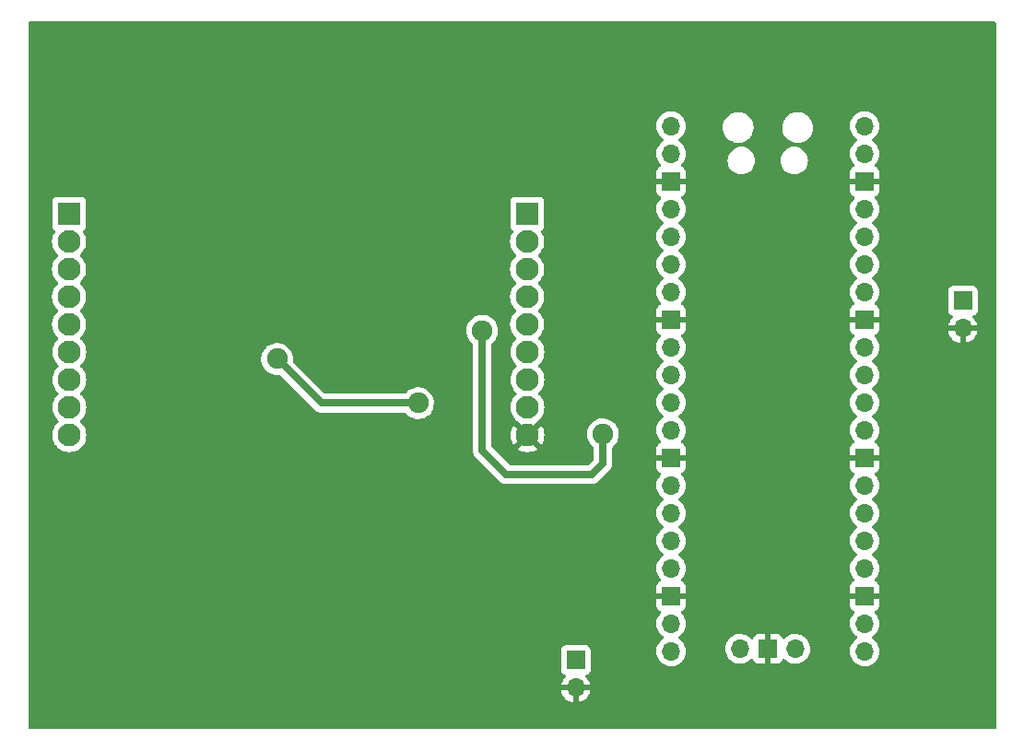
<source format=gbr>
%TF.GenerationSoftware,KiCad,Pcbnew,(6.0.9)*%
%TF.CreationDate,2023-11-09T09:29:14+01:00*%
%TF.ProjectId,LO_mother,4c4f5f6d-6f74-4686-9572-2e6b69636164,rev?*%
%TF.SameCoordinates,Original*%
%TF.FileFunction,Copper,L2,Bot*%
%TF.FilePolarity,Positive*%
%FSLAX46Y46*%
G04 Gerber Fmt 4.6, Leading zero omitted, Abs format (unit mm)*
G04 Created by KiCad (PCBNEW (6.0.9)) date 2023-11-09 09:29:14*
%MOMM*%
%LPD*%
G01*
G04 APERTURE LIST*
%TA.AperFunction,ComponentPad*%
%ADD10R,2.100000X2.100000*%
%TD*%
%TA.AperFunction,ComponentPad*%
%ADD11C,2.100000*%
%TD*%
%TA.AperFunction,ComponentPad*%
%ADD12O,1.700000X1.700000*%
%TD*%
%TA.AperFunction,ComponentPad*%
%ADD13R,1.700000X1.700000*%
%TD*%
%TA.AperFunction,ViaPad*%
%ADD14C,0.800000*%
%TD*%
%TA.AperFunction,ViaPad*%
%ADD15C,1.900000*%
%TD*%
%TA.AperFunction,Conductor*%
%ADD16C,0.700000*%
%TD*%
G04 APERTURE END LIST*
D10*
%TO.P,J2,1,Pin_1*%
%TO.N,/3.3V_a*%
X155055000Y-76340000D03*
D11*
%TO.P,J2,2,Pin_2*%
%TO.N,/3.3V_d*%
X155055000Y-78880000D03*
%TO.P,J2,3,Pin_3*%
%TO.N,/5.0V*%
X155055000Y-81420000D03*
%TO.P,J2,4,Pin_4*%
%TO.N,/MUXOUT*%
X155055000Y-83960000D03*
%TO.P,J2,5,Pin_5*%
%TO.N,/REFIN_A*%
X155055000Y-86500000D03*
%TO.P,J2,6,Pin_6*%
%TO.N,/LE*%
X155080000Y-89040000D03*
%TO.P,J2,7,Pin_7*%
%TO.N,/DATA*%
X155080000Y-91580000D03*
%TO.P,J2,8,Pin_8*%
%TO.N,/CLK*%
X155080000Y-94120000D03*
%TO.P,J2,9,Pin_9*%
%TO.N,GND*%
X155080000Y-96665000D03*
%TD*%
D10*
%TO.P,J3,1,Pin_1*%
%TO.N,unconnected-(J3-Pad1)*%
X112975000Y-76340000D03*
D11*
%TO.P,J3,2,Pin_2*%
%TO.N,unconnected-(J3-Pad2)*%
X112975000Y-78880000D03*
%TO.P,J3,3,Pin_3*%
%TO.N,unconnected-(J3-Pad3)*%
X112975000Y-81420000D03*
%TO.P,J3,4,Pin_4*%
%TO.N,unconnected-(J3-Pad4)*%
X112975000Y-83960000D03*
%TO.P,J3,5,Pin_5*%
%TO.N,unconnected-(J3-Pad5)*%
X112975000Y-86500000D03*
%TO.P,J3,6,Pin_6*%
%TO.N,unconnected-(J3-Pad6)*%
X113000000Y-89040000D03*
%TO.P,J3,7,Pin_7*%
%TO.N,unconnected-(J3-Pad7)*%
X113000000Y-91580000D03*
%TO.P,J3,8,Pin_8*%
%TO.N,unconnected-(J3-Pad8)*%
X113000000Y-94120000D03*
%TO.P,J3,9,Pin_9*%
%TO.N,unconnected-(J3-Pad9)*%
X113000000Y-96665000D03*
%TD*%
D12*
%TO.P,U4,1,GPIO0*%
%TO.N,unconnected-(U4-Pad1)*%
X168270000Y-68275000D03*
%TO.P,U4,2,GPIO1*%
%TO.N,unconnected-(U4-Pad2)*%
X168270000Y-70815000D03*
D13*
%TO.P,U4,3,GND*%
%TO.N,GND*%
X168270000Y-73355000D03*
D12*
%TO.P,U4,4,GPIO2*%
%TO.N,unconnected-(U4-Pad4)*%
X168270000Y-75895000D03*
%TO.P,U4,5,GPIO3*%
%TO.N,unconnected-(U4-Pad5)*%
X168270000Y-78435000D03*
%TO.P,U4,6,GPIO4*%
%TO.N,unconnected-(U4-Pad6)*%
X168270000Y-80975000D03*
%TO.P,U4,7,GPIO5*%
%TO.N,unconnected-(U4-Pad7)*%
X168270000Y-83515000D03*
D13*
%TO.P,U4,8,GND*%
%TO.N,GND*%
X168270000Y-86055000D03*
D12*
%TO.P,U4,9,GPIO6*%
%TO.N,unconnected-(U4-Pad9)*%
X168270000Y-88595000D03*
%TO.P,U4,10,GPIO7*%
%TO.N,unconnected-(U4-Pad10)*%
X168270000Y-91135000D03*
%TO.P,U4,11,GPIO8*%
%TO.N,unconnected-(U4-Pad11)*%
X168270000Y-93675000D03*
%TO.P,U4,12,GPIO9*%
%TO.N,Net-(C16-Pad1)*%
X168270000Y-96215000D03*
D13*
%TO.P,U4,13,GND*%
%TO.N,GND*%
X168270000Y-98755000D03*
D12*
%TO.P,U4,14,GPIO10*%
%TO.N,/LE*%
X168270000Y-101295000D03*
%TO.P,U4,15,GPIO11*%
%TO.N,/DATA*%
X168270000Y-103835000D03*
%TO.P,U4,16,GPIO12*%
%TO.N,/CLK*%
X168270000Y-106375000D03*
%TO.P,U4,17,GPIO13*%
%TO.N,unconnected-(U4-Pad17)*%
X168270000Y-108915000D03*
D13*
%TO.P,U4,18,GND*%
%TO.N,GND*%
X168270000Y-111455000D03*
D12*
%TO.P,U4,19,GPIO14*%
%TO.N,unconnected-(U4-Pad19)*%
X168270000Y-113995000D03*
%TO.P,U4,20,GPIO15*%
%TO.N,unconnected-(U4-Pad20)*%
X168270000Y-116535000D03*
%TO.P,U4,21,GPIO16*%
%TO.N,unconnected-(U4-Pad21)*%
X186050000Y-116535000D03*
%TO.P,U4,22,GPIO17*%
%TO.N,unconnected-(U4-Pad22)*%
X186050000Y-113995000D03*
D13*
%TO.P,U4,23,GND*%
%TO.N,GND*%
X186050000Y-111455000D03*
D12*
%TO.P,U4,24,GPIO18*%
%TO.N,unconnected-(U4-Pad24)*%
X186050000Y-108915000D03*
%TO.P,U4,25,GPIO19*%
%TO.N,unconnected-(U4-Pad25)*%
X186050000Y-106375000D03*
%TO.P,U4,26,GPIO20*%
%TO.N,unconnected-(U4-Pad26)*%
X186050000Y-103835000D03*
%TO.P,U4,27,GPIO21*%
%TO.N,unconnected-(U4-Pad27)*%
X186050000Y-101295000D03*
D13*
%TO.P,U4,28,GND*%
%TO.N,GND*%
X186050000Y-98755000D03*
D12*
%TO.P,U4,29,GPIO22*%
%TO.N,unconnected-(U4-Pad29)*%
X186050000Y-96215000D03*
%TO.P,U4,30,RUN*%
%TO.N,unconnected-(U4-Pad30)*%
X186050000Y-93675000D03*
%TO.P,U4,31,GPIO26_ADC0*%
%TO.N,unconnected-(U4-Pad31)*%
X186050000Y-91135000D03*
%TO.P,U4,32,GPIO27_ADC1*%
%TO.N,unconnected-(U4-Pad32)*%
X186050000Y-88595000D03*
D13*
%TO.P,U4,33,AGND*%
%TO.N,GND*%
X186050000Y-86055000D03*
D12*
%TO.P,U4,34,GPIO28_ADC2*%
%TO.N,Net-(U4-Pad34)*%
X186050000Y-83515000D03*
%TO.P,U4,35,ADC_VREF*%
%TO.N,unconnected-(U4-Pad35)*%
X186050000Y-80975000D03*
%TO.P,U4,36,3V3*%
%TO.N,unconnected-(U4-Pad36)*%
X186050000Y-78435000D03*
%TO.P,U4,37,3V3_EN*%
%TO.N,unconnected-(U4-Pad37)*%
X186050000Y-75895000D03*
D13*
%TO.P,U4,38,GND*%
%TO.N,GND*%
X186050000Y-73355000D03*
D12*
%TO.P,U4,39,VSYS*%
%TO.N,unconnected-(U4-Pad39)*%
X186050000Y-70815000D03*
%TO.P,U4,40,VBUS*%
%TO.N,unconnected-(U4-Pad40)*%
X186050000Y-68275000D03*
%TO.P,U4,41,SWCLK*%
%TO.N,unconnected-(U4-Pad41)*%
X174620000Y-116305000D03*
D13*
%TO.P,U4,42,GND*%
%TO.N,GND*%
X177160000Y-116305000D03*
D12*
%TO.P,U4,43,SWDIO*%
%TO.N,unconnected-(U4-Pad43)*%
X179700000Y-116305000D03*
%TD*%
D13*
%TO.P,U5,1,Pin_1*%
%TO.N,Net-(U4-Pad34)*%
X195072000Y-84328000D03*
D12*
%TO.P,U5,2,Pin_2*%
%TO.N,GND*%
X195072000Y-86868000D03*
%TD*%
D13*
%TO.P,J1,1,Pin_1*%
%TO.N,/6V*%
X159512000Y-117348000D03*
D12*
%TO.P,J1,2,Pin_2*%
%TO.N,GND*%
X159512000Y-119888000D03*
%TD*%
D14*
%TO.N,GND*%
X111740000Y-104980000D03*
X114200000Y-99540000D03*
X114150000Y-101690000D03*
X111480000Y-107260000D03*
X113030000Y-106100000D03*
X113710000Y-103870000D03*
X152890000Y-110460000D03*
X148410000Y-112040000D03*
X143120000Y-112410000D03*
X141490000Y-110740000D03*
X143430000Y-109500000D03*
X141370000Y-108290000D03*
X144560000Y-107590000D03*
X142580000Y-106430000D03*
X142540000Y-102580000D03*
X141140000Y-100790000D03*
X131040000Y-97470000D03*
X131010000Y-93840000D03*
X129610000Y-95680000D03*
X144150000Y-104600000D03*
X145630000Y-103070000D03*
X144460000Y-101440000D03*
X142800000Y-99810000D03*
X141070000Y-98280000D03*
X140940000Y-104700000D03*
X139540000Y-102790000D03*
X138710000Y-100820000D03*
X138730000Y-98250000D03*
X146304000Y-61214000D03*
X128524000Y-78740000D03*
X148590000Y-120650000D03*
X122428000Y-90678000D03*
X147574000Y-93980000D03*
X149606000Y-69088000D03*
X163830000Y-80264000D03*
X149606000Y-99060000D03*
X144526000Y-98298000D03*
X124714000Y-115316000D03*
X137414000Y-87884000D03*
X141986000Y-120650000D03*
X149352000Y-95758000D03*
X143510000Y-71628000D03*
X149098000Y-74168000D03*
X151384000Y-100838000D03*
X138938000Y-80772000D03*
X154686000Y-110490000D03*
X141986000Y-88392000D03*
X123444000Y-119126000D03*
X118872000Y-101854000D03*
X151892000Y-74168000D03*
X136398000Y-83058000D03*
X156972000Y-113284000D03*
X148082000Y-64516000D03*
X161544000Y-59436000D03*
X158242000Y-59436000D03*
X120650000Y-92202000D03*
X157988000Y-79502000D03*
X139192000Y-109220000D03*
X161036000Y-68326000D03*
X141224000Y-114554000D03*
X149860000Y-77470000D03*
X115316000Y-103378000D03*
X141478000Y-78232000D03*
X115824000Y-97790000D03*
X151892000Y-71882000D03*
X160528000Y-109728000D03*
X129794000Y-83820000D03*
X129540000Y-112014000D03*
X159512000Y-76200000D03*
X154940000Y-65786000D03*
X137922000Y-76454000D03*
X116332000Y-116840000D03*
X159766000Y-84328000D03*
X162560000Y-109728000D03*
X141732000Y-90932000D03*
X159512000Y-71374000D03*
X153162000Y-120650000D03*
X162814000Y-90678000D03*
X154940000Y-73914000D03*
X117602000Y-91694000D03*
X134874000Y-76200000D03*
X138938000Y-86360000D03*
X139954000Y-113030000D03*
X130810000Y-116840000D03*
X130556000Y-105664000D03*
X133096000Y-102108000D03*
X152654000Y-90424000D03*
X161036000Y-76200000D03*
X129032000Y-93472000D03*
X156464000Y-109728000D03*
X132080000Y-120650000D03*
X137160000Y-120650000D03*
X147574000Y-104140000D03*
X157988000Y-77978000D03*
X145288000Y-112014000D03*
X154432000Y-71374000D03*
X136652000Y-71374000D03*
X140462000Y-84836000D03*
X140462000Y-89662000D03*
X159004000Y-87376000D03*
X137922000Y-116840000D03*
X161036000Y-77978000D03*
X115570000Y-93218000D03*
X128524000Y-116840000D03*
X130556000Y-91440000D03*
X159004000Y-107950000D03*
X123190000Y-105664000D03*
X161036000Y-73152000D03*
X160528000Y-88392000D03*
X146050000Y-116586000D03*
X141224000Y-96012000D03*
X132842000Y-97536000D03*
X143510000Y-74168000D03*
X161036000Y-71374000D03*
X144018000Y-116586000D03*
X140208000Y-79502000D03*
X120904000Y-116586000D03*
X126746000Y-80772000D03*
X152146000Y-67564000D03*
X124968000Y-85598000D03*
X149860000Y-59436000D03*
X163068000Y-59436000D03*
X143002000Y-96774000D03*
X164338000Y-69088000D03*
X147828000Y-101600000D03*
X147828000Y-59690000D03*
X138684000Y-96012000D03*
X161036000Y-113792000D03*
X129794000Y-88900000D03*
X133096000Y-87122000D03*
X158750000Y-113792000D03*
X145288000Y-80264000D03*
X132842000Y-95504000D03*
X125984000Y-87630000D03*
X160782000Y-107950000D03*
X121666000Y-97282000D03*
X138684000Y-91948000D03*
X159512000Y-74676000D03*
X122174000Y-117856000D03*
X136398000Y-100838000D03*
X123190000Y-87122000D03*
X118110000Y-115824000D03*
X159512000Y-69850000D03*
X152654000Y-92456000D03*
X146304000Y-100076000D03*
X123190000Y-98806000D03*
X152146000Y-116586000D03*
X157226000Y-107950000D03*
X134620000Y-120650000D03*
X150114000Y-116586000D03*
X136652000Y-91948000D03*
X151130000Y-120904000D03*
X156972000Y-119380000D03*
X119380000Y-87122000D03*
X161036000Y-69850000D03*
X159766000Y-111760000D03*
X131318000Y-103632000D03*
X128016000Y-85852000D03*
X122682000Y-108458000D03*
X157226000Y-67056000D03*
X159512000Y-73152000D03*
X136398000Y-96012000D03*
X116586000Y-95250000D03*
X162814000Y-92964000D03*
X157226000Y-115062000D03*
X128524000Y-90424000D03*
X140462000Y-66802000D03*
X115316000Y-90170000D03*
X119888000Y-99314000D03*
X129540000Y-120650000D03*
X148082000Y-85344000D03*
X121920000Y-100838000D03*
X132842000Y-93218000D03*
X146558000Y-95758000D03*
X138430000Y-111252000D03*
X124968000Y-93980000D03*
X150114000Y-65532000D03*
X156210000Y-59436000D03*
X130302000Y-99822000D03*
X127000000Y-92202000D03*
X157988000Y-81280000D03*
X141986000Y-116586000D03*
X149860000Y-62738000D03*
X135636000Y-116840000D03*
X119126000Y-104140000D03*
X133858000Y-80264000D03*
X156972000Y-72390000D03*
X148590000Y-67056000D03*
X146304000Y-71374000D03*
X127000000Y-83820000D03*
X111760000Y-112268000D03*
X162052000Y-84582000D03*
X136652000Y-89916000D03*
X155448000Y-120650000D03*
X121666000Y-103378000D03*
X124714000Y-82550000D03*
X152654000Y-65024000D03*
X127000000Y-95504000D03*
X126238000Y-116840000D03*
X149098000Y-71374000D03*
X130810000Y-80010000D03*
X133858000Y-85598000D03*
X149606000Y-93980000D03*
X145796000Y-105918000D03*
X144780000Y-62738000D03*
X118618000Y-93726000D03*
X121666000Y-110744000D03*
X139192000Y-74168000D03*
X157226000Y-64516000D03*
X164084000Y-77724000D03*
X155702000Y-62738000D03*
X158496000Y-109728000D03*
X123444000Y-95758000D03*
X162052000Y-87122000D03*
X160020000Y-59436000D03*
X151130000Y-80264000D03*
X132842000Y-78232000D03*
X152146000Y-59436000D03*
X145796000Y-66548000D03*
X117348000Y-88646000D03*
X135128000Y-84328000D03*
X143256000Y-64516000D03*
X132842000Y-99822000D03*
X119380000Y-110998000D03*
X157480000Y-86614000D03*
X136398000Y-103124000D03*
X161036000Y-74676000D03*
X121158000Y-85598000D03*
X159512000Y-77978000D03*
X125476000Y-120396000D03*
X143510000Y-77470000D03*
X149606000Y-91948000D03*
X155194000Y-69088000D03*
X135890000Y-78232000D03*
X137922000Y-104394000D03*
X160528000Y-86106000D03*
X155702000Y-112014000D03*
X146304000Y-68580000D03*
X164084000Y-72390000D03*
X163830000Y-74930000D03*
X121412000Y-88646000D03*
X149098000Y-80264000D03*
X154686000Y-59436000D03*
X136906000Y-74422000D03*
X159512000Y-79502000D03*
X128270000Y-97790000D03*
X161036000Y-83312000D03*
X143510000Y-68834000D03*
X146050000Y-120650000D03*
X137668000Y-82042000D03*
X152146000Y-85344000D03*
X141986000Y-83312000D03*
X145542000Y-77470000D03*
X157226000Y-69596000D03*
X162306000Y-82042000D03*
X160782000Y-92964000D03*
X147828000Y-116586000D03*
X134620000Y-73152000D03*
X121920000Y-112522000D03*
X122936000Y-84074000D03*
X146304000Y-74168000D03*
X143510000Y-81788000D03*
X127762000Y-120396000D03*
X164592000Y-60198000D03*
X147320000Y-80264000D03*
X119634000Y-90170000D03*
X153416000Y-103886000D03*
X152400000Y-69596000D03*
X123190000Y-113792000D03*
X124206000Y-89154000D03*
X136398000Y-98298000D03*
X144018000Y-120650000D03*
X131826000Y-82042000D03*
X158750000Y-85344000D03*
X141732000Y-65786000D03*
X152654000Y-88646000D03*
X139446000Y-106680000D03*
X125222000Y-97282000D03*
X128778000Y-81788000D03*
X147828000Y-77470000D03*
X139700000Y-120650000D03*
X157734000Y-111760000D03*
X152908000Y-62738000D03*
X147320000Y-91948000D03*
X132588000Y-75184000D03*
X159512000Y-68326000D03*
X162306000Y-111760000D03*
X133096000Y-116840000D03*
X115824000Y-100584000D03*
X162814000Y-107950000D03*
X162814000Y-88646000D03*
X130556000Y-76962000D03*
X155702000Y-104902000D03*
X151384000Y-77470000D03*
X160782000Y-90678000D03*
X148336000Y-97536000D03*
D15*
%TO.N,/3.3V_a*%
X132080000Y-89662000D03*
X145034000Y-93726000D03*
%TO.N,Net-(C16-Pad1)*%
X150920000Y-87078000D03*
X162020000Y-96590000D03*
%TD*%
D16*
%TO.N,/3.3V_a*%
X145034000Y-93726000D02*
X136144000Y-93726000D01*
X136144000Y-93726000D02*
X132080000Y-89662000D01*
%TO.N,Net-(C16-Pad1)*%
X162020000Y-99270000D02*
X162020000Y-96590000D01*
X153150000Y-100300000D02*
X160990000Y-100300000D01*
X160990000Y-100300000D02*
X162020000Y-99270000D01*
X150920000Y-98070000D02*
X153150000Y-100300000D01*
X150920000Y-87030000D02*
X150920000Y-87078000D01*
X150920000Y-87078000D02*
X150920000Y-98070000D01*
%TD*%
%TA.AperFunction,Conductor*%
%TO.N,GND*%
G36*
X198061621Y-58694502D02*
G01*
X198108114Y-58748158D01*
X198119500Y-58800500D01*
X198119500Y-123571500D01*
X198099498Y-123639621D01*
X198045842Y-123686114D01*
X197993500Y-123697500D01*
X109346500Y-123697500D01*
X109278379Y-123677498D01*
X109231886Y-123623842D01*
X109220500Y-123571500D01*
X109220500Y-120155966D01*
X158180257Y-120155966D01*
X158210565Y-120290446D01*
X158213645Y-120300275D01*
X158293770Y-120497603D01*
X158298413Y-120506794D01*
X158409694Y-120688388D01*
X158415777Y-120696699D01*
X158555213Y-120857667D01*
X158562580Y-120864883D01*
X158726434Y-121000916D01*
X158734881Y-121006831D01*
X158918756Y-121114279D01*
X158928042Y-121118729D01*
X159127001Y-121194703D01*
X159136899Y-121197579D01*
X159240250Y-121218606D01*
X159254299Y-121217410D01*
X159258000Y-121207065D01*
X159258000Y-121206517D01*
X159766000Y-121206517D01*
X159770064Y-121220359D01*
X159783478Y-121222393D01*
X159790184Y-121221534D01*
X159800262Y-121219392D01*
X160004255Y-121158191D01*
X160013842Y-121154433D01*
X160205095Y-121060739D01*
X160213945Y-121055464D01*
X160387328Y-120931792D01*
X160395200Y-120925139D01*
X160546052Y-120774812D01*
X160552730Y-120766965D01*
X160677003Y-120594020D01*
X160682313Y-120585183D01*
X160776670Y-120394267D01*
X160780469Y-120384672D01*
X160842377Y-120180910D01*
X160844555Y-120170837D01*
X160845986Y-120159962D01*
X160843775Y-120145778D01*
X160830617Y-120142000D01*
X159784115Y-120142000D01*
X159768876Y-120146475D01*
X159767671Y-120147865D01*
X159766000Y-120155548D01*
X159766000Y-121206517D01*
X159258000Y-121206517D01*
X159258000Y-120160115D01*
X159253525Y-120144876D01*
X159252135Y-120143671D01*
X159244452Y-120142000D01*
X158195225Y-120142000D01*
X158181694Y-120145973D01*
X158180257Y-120155966D01*
X109220500Y-120155966D01*
X109220500Y-118246134D01*
X158153500Y-118246134D01*
X158160255Y-118308316D01*
X158211385Y-118444705D01*
X158298739Y-118561261D01*
X158415295Y-118648615D01*
X158423704Y-118651767D01*
X158423705Y-118651768D01*
X158532960Y-118692726D01*
X158589725Y-118735367D01*
X158614425Y-118801929D01*
X158599218Y-118871278D01*
X158579825Y-118897759D01*
X158456590Y-119026717D01*
X158450104Y-119034727D01*
X158330098Y-119210649D01*
X158325000Y-119219623D01*
X158235338Y-119412783D01*
X158231775Y-119422470D01*
X158176389Y-119622183D01*
X158177912Y-119630607D01*
X158190292Y-119634000D01*
X160830344Y-119634000D01*
X160843875Y-119630027D01*
X160845180Y-119620947D01*
X160803214Y-119453875D01*
X160799894Y-119444124D01*
X160714972Y-119248814D01*
X160710105Y-119239739D01*
X160594426Y-119060926D01*
X160588136Y-119052757D01*
X160444293Y-118894677D01*
X160413241Y-118830831D01*
X160421635Y-118760333D01*
X160466812Y-118705564D01*
X160493256Y-118691895D01*
X160600297Y-118651767D01*
X160608705Y-118648615D01*
X160725261Y-118561261D01*
X160812615Y-118444705D01*
X160863745Y-118308316D01*
X160870500Y-118246134D01*
X160870500Y-116501695D01*
X166907251Y-116501695D01*
X166907548Y-116506848D01*
X166907548Y-116506851D01*
X166913011Y-116601590D01*
X166920110Y-116724715D01*
X166921247Y-116729761D01*
X166921248Y-116729767D01*
X166941119Y-116817939D01*
X166969222Y-116942639D01*
X167053266Y-117149616D01*
X167169987Y-117340088D01*
X167316250Y-117508938D01*
X167488126Y-117651632D01*
X167681000Y-117764338D01*
X167889692Y-117844030D01*
X167894760Y-117845061D01*
X167894763Y-117845062D01*
X168002017Y-117866883D01*
X168108597Y-117888567D01*
X168113772Y-117888757D01*
X168113774Y-117888757D01*
X168326673Y-117896564D01*
X168326677Y-117896564D01*
X168331837Y-117896753D01*
X168336957Y-117896097D01*
X168336959Y-117896097D01*
X168548288Y-117869025D01*
X168548289Y-117869025D01*
X168553416Y-117868368D01*
X168558366Y-117866883D01*
X168762429Y-117805661D01*
X168762434Y-117805659D01*
X168767384Y-117804174D01*
X168967994Y-117705896D01*
X169149860Y-117576173D01*
X169191842Y-117534338D01*
X169250488Y-117475896D01*
X169308096Y-117418489D01*
X169362679Y-117342529D01*
X169435435Y-117241277D01*
X169438453Y-117237077D01*
X169443341Y-117227188D01*
X169535136Y-117041453D01*
X169535137Y-117041451D01*
X169537430Y-117036811D01*
X169602370Y-116823069D01*
X169631529Y-116601590D01*
X169633156Y-116535000D01*
X169614852Y-116312361D01*
X169604637Y-116271695D01*
X173257251Y-116271695D01*
X173257548Y-116276848D01*
X173257548Y-116276851D01*
X173263011Y-116371590D01*
X173270110Y-116494715D01*
X173271247Y-116499761D01*
X173271248Y-116499767D01*
X173279947Y-116538365D01*
X173319222Y-116712639D01*
X173403266Y-116919616D01*
X173420307Y-116947425D01*
X173477928Y-117041453D01*
X173519987Y-117110088D01*
X173666250Y-117278938D01*
X173838126Y-117421632D01*
X174031000Y-117534338D01*
X174239692Y-117614030D01*
X174244760Y-117615061D01*
X174244763Y-117615062D01*
X174352017Y-117636883D01*
X174458597Y-117658567D01*
X174463772Y-117658757D01*
X174463774Y-117658757D01*
X174676673Y-117666564D01*
X174676677Y-117666564D01*
X174681837Y-117666753D01*
X174686957Y-117666097D01*
X174686959Y-117666097D01*
X174898288Y-117639025D01*
X174898289Y-117639025D01*
X174903416Y-117638368D01*
X174908366Y-117636883D01*
X175112429Y-117575661D01*
X175112434Y-117575659D01*
X175117384Y-117574174D01*
X175317994Y-117475896D01*
X175499860Y-117346173D01*
X175505967Y-117340088D01*
X175608479Y-117237933D01*
X175670851Y-117204017D01*
X175741658Y-117209205D01*
X175798419Y-117251851D01*
X175815401Y-117282954D01*
X175856676Y-117393054D01*
X175865214Y-117408649D01*
X175941715Y-117510724D01*
X175954276Y-117523285D01*
X176056351Y-117599786D01*
X176071946Y-117608324D01*
X176192394Y-117653478D01*
X176207649Y-117657105D01*
X176258514Y-117662631D01*
X176265328Y-117663000D01*
X176887885Y-117663000D01*
X176903124Y-117658525D01*
X176904329Y-117657135D01*
X176906000Y-117649452D01*
X176906000Y-117644884D01*
X177414000Y-117644884D01*
X177418475Y-117660123D01*
X177419865Y-117661328D01*
X177427548Y-117662999D01*
X178054669Y-117662999D01*
X178061490Y-117662629D01*
X178112352Y-117657105D01*
X178127604Y-117653479D01*
X178248054Y-117608324D01*
X178263649Y-117599786D01*
X178365724Y-117523285D01*
X178378285Y-117510724D01*
X178454786Y-117408649D01*
X178463324Y-117393054D01*
X178504225Y-117283952D01*
X178546867Y-117227188D01*
X178613428Y-117202488D01*
X178682777Y-117217696D01*
X178717444Y-117245684D01*
X178742865Y-117275031D01*
X178742869Y-117275035D01*
X178746250Y-117278938D01*
X178918126Y-117421632D01*
X179111000Y-117534338D01*
X179319692Y-117614030D01*
X179324760Y-117615061D01*
X179324763Y-117615062D01*
X179432017Y-117636883D01*
X179538597Y-117658567D01*
X179543772Y-117658757D01*
X179543774Y-117658757D01*
X179756673Y-117666564D01*
X179756677Y-117666564D01*
X179761837Y-117666753D01*
X179766957Y-117666097D01*
X179766959Y-117666097D01*
X179978288Y-117639025D01*
X179978289Y-117639025D01*
X179983416Y-117638368D01*
X179988366Y-117636883D01*
X180192429Y-117575661D01*
X180192434Y-117575659D01*
X180197384Y-117574174D01*
X180397994Y-117475896D01*
X180579860Y-117346173D01*
X180585967Y-117340088D01*
X180693993Y-117232438D01*
X180738096Y-117188489D01*
X180797594Y-117105689D01*
X180865435Y-117011277D01*
X180868453Y-117007077D01*
X180902793Y-116937596D01*
X180965136Y-116811453D01*
X180965137Y-116811451D01*
X180967430Y-116806811D01*
X181032370Y-116593069D01*
X181044400Y-116501695D01*
X184687251Y-116501695D01*
X184687548Y-116506848D01*
X184687548Y-116506851D01*
X184693011Y-116601590D01*
X184700110Y-116724715D01*
X184701247Y-116729761D01*
X184701248Y-116729767D01*
X184721119Y-116817939D01*
X184749222Y-116942639D01*
X184833266Y-117149616D01*
X184949987Y-117340088D01*
X185096250Y-117508938D01*
X185268126Y-117651632D01*
X185461000Y-117764338D01*
X185669692Y-117844030D01*
X185674760Y-117845061D01*
X185674763Y-117845062D01*
X185782017Y-117866883D01*
X185888597Y-117888567D01*
X185893772Y-117888757D01*
X185893774Y-117888757D01*
X186106673Y-117896564D01*
X186106677Y-117896564D01*
X186111837Y-117896753D01*
X186116957Y-117896097D01*
X186116959Y-117896097D01*
X186328288Y-117869025D01*
X186328289Y-117869025D01*
X186333416Y-117868368D01*
X186338366Y-117866883D01*
X186542429Y-117805661D01*
X186542434Y-117805659D01*
X186547384Y-117804174D01*
X186747994Y-117705896D01*
X186929860Y-117576173D01*
X186971842Y-117534338D01*
X187030488Y-117475896D01*
X187088096Y-117418489D01*
X187142679Y-117342529D01*
X187215435Y-117241277D01*
X187218453Y-117237077D01*
X187223341Y-117227188D01*
X187315136Y-117041453D01*
X187315137Y-117041451D01*
X187317430Y-117036811D01*
X187382370Y-116823069D01*
X187411529Y-116601590D01*
X187413156Y-116535000D01*
X187394852Y-116312361D01*
X187340431Y-116095702D01*
X187251354Y-115890840D01*
X187130014Y-115703277D01*
X186979670Y-115538051D01*
X186975619Y-115534852D01*
X186975615Y-115534848D01*
X186808414Y-115402800D01*
X186808410Y-115402798D01*
X186804359Y-115399598D01*
X186763053Y-115376796D01*
X186713084Y-115326364D01*
X186698312Y-115256921D01*
X186723428Y-115190516D01*
X186750780Y-115163909D01*
X186794603Y-115132650D01*
X186929860Y-115036173D01*
X187088096Y-114878489D01*
X187147594Y-114795689D01*
X187215435Y-114701277D01*
X187218453Y-114697077D01*
X187317430Y-114496811D01*
X187382370Y-114283069D01*
X187411529Y-114061590D01*
X187413156Y-113995000D01*
X187394852Y-113772361D01*
X187340431Y-113555702D01*
X187251354Y-113350840D01*
X187130014Y-113163277D01*
X187126540Y-113159459D01*
X187126533Y-113159450D01*
X186982435Y-113001088D01*
X186951383Y-112937242D01*
X186959779Y-112866744D01*
X187004956Y-112811976D01*
X187031400Y-112798307D01*
X187138052Y-112758325D01*
X187153649Y-112749786D01*
X187255724Y-112673285D01*
X187268285Y-112660724D01*
X187344786Y-112558649D01*
X187353324Y-112543054D01*
X187398478Y-112422606D01*
X187402105Y-112407351D01*
X187407631Y-112356486D01*
X187408000Y-112349672D01*
X187408000Y-111727115D01*
X187403525Y-111711876D01*
X187402135Y-111710671D01*
X187394452Y-111709000D01*
X184710116Y-111709000D01*
X184694877Y-111713475D01*
X184693672Y-111714865D01*
X184692001Y-111722548D01*
X184692001Y-112349669D01*
X184692371Y-112356490D01*
X184697895Y-112407352D01*
X184701521Y-112422604D01*
X184746676Y-112543054D01*
X184755214Y-112558649D01*
X184831715Y-112660724D01*
X184844276Y-112673285D01*
X184946351Y-112749786D01*
X184961946Y-112758324D01*
X185070827Y-112799142D01*
X185127591Y-112841784D01*
X185152291Y-112908345D01*
X185137083Y-112977694D01*
X185117691Y-113004175D01*
X184994200Y-113133401D01*
X184990629Y-113137138D01*
X184864743Y-113321680D01*
X184770688Y-113524305D01*
X184710989Y-113739570D01*
X184687251Y-113961695D01*
X184687548Y-113966848D01*
X184687548Y-113966851D01*
X184693011Y-114061590D01*
X184700110Y-114184715D01*
X184701247Y-114189761D01*
X184701248Y-114189767D01*
X184721119Y-114277939D01*
X184749222Y-114402639D01*
X184833266Y-114609616D01*
X184949987Y-114800088D01*
X185096250Y-114968938D01*
X185268126Y-115111632D01*
X185332276Y-115149118D01*
X185341445Y-115154476D01*
X185390169Y-115206114D01*
X185403240Y-115275897D01*
X185376509Y-115341669D01*
X185336055Y-115375027D01*
X185323607Y-115381507D01*
X185319474Y-115384610D01*
X185319471Y-115384612D01*
X185195600Y-115477617D01*
X185144965Y-115515635D01*
X185141393Y-115519373D01*
X185001665Y-115665590D01*
X184990629Y-115677138D01*
X184864743Y-115861680D01*
X184849003Y-115895590D01*
X184777528Y-116049570D01*
X184770688Y-116064305D01*
X184710989Y-116279570D01*
X184687251Y-116501695D01*
X181044400Y-116501695D01*
X181061529Y-116371590D01*
X181063156Y-116305000D01*
X181044852Y-116082361D01*
X180990431Y-115865702D01*
X180901354Y-115660840D01*
X180780014Y-115473277D01*
X180629670Y-115308051D01*
X180625619Y-115304852D01*
X180625615Y-115304848D01*
X180458414Y-115172800D01*
X180458410Y-115172798D01*
X180454359Y-115169598D01*
X180444054Y-115163909D01*
X180326970Y-115099276D01*
X180258789Y-115061638D01*
X180253920Y-115059914D01*
X180253916Y-115059912D01*
X180053087Y-114988795D01*
X180053083Y-114988794D01*
X180048212Y-114987069D01*
X180043119Y-114986162D01*
X180043116Y-114986161D01*
X179833373Y-114948800D01*
X179833367Y-114948799D01*
X179828284Y-114947894D01*
X179754452Y-114946992D01*
X179610081Y-114945228D01*
X179610079Y-114945228D01*
X179604911Y-114945165D01*
X179384091Y-114978955D01*
X179171756Y-115048357D01*
X178973607Y-115151507D01*
X178969474Y-115154610D01*
X178969471Y-115154612D01*
X178804658Y-115278357D01*
X178794965Y-115285635D01*
X178791393Y-115289373D01*
X178713898Y-115370466D01*
X178652374Y-115405895D01*
X178581462Y-115402438D01*
X178523676Y-115361192D01*
X178504823Y-115327644D01*
X178463324Y-115216946D01*
X178454786Y-115201351D01*
X178378285Y-115099276D01*
X178365724Y-115086715D01*
X178263649Y-115010214D01*
X178248054Y-115001676D01*
X178127606Y-114956522D01*
X178112351Y-114952895D01*
X178061486Y-114947369D01*
X178054672Y-114947000D01*
X177432115Y-114947000D01*
X177416876Y-114951475D01*
X177415671Y-114952865D01*
X177414000Y-114960548D01*
X177414000Y-117644884D01*
X176906000Y-117644884D01*
X176906000Y-114965116D01*
X176901525Y-114949877D01*
X176900135Y-114948672D01*
X176892452Y-114947001D01*
X176265331Y-114947001D01*
X176258510Y-114947371D01*
X176207648Y-114952895D01*
X176192396Y-114956521D01*
X176071946Y-115001676D01*
X176056351Y-115010214D01*
X175954276Y-115086715D01*
X175941715Y-115099276D01*
X175865214Y-115201351D01*
X175856676Y-115216946D01*
X175815297Y-115327322D01*
X175772655Y-115384087D01*
X175706093Y-115408786D01*
X175636744Y-115393578D01*
X175604121Y-115367891D01*
X175553151Y-115311876D01*
X175553145Y-115311870D01*
X175549670Y-115308051D01*
X175545619Y-115304852D01*
X175545615Y-115304848D01*
X175378414Y-115172800D01*
X175378410Y-115172798D01*
X175374359Y-115169598D01*
X175364054Y-115163909D01*
X175246970Y-115099276D01*
X175178789Y-115061638D01*
X175173920Y-115059914D01*
X175173916Y-115059912D01*
X174973087Y-114988795D01*
X174973083Y-114988794D01*
X174968212Y-114987069D01*
X174963119Y-114986162D01*
X174963116Y-114986161D01*
X174753373Y-114948800D01*
X174753367Y-114948799D01*
X174748284Y-114947894D01*
X174674452Y-114946992D01*
X174530081Y-114945228D01*
X174530079Y-114945228D01*
X174524911Y-114945165D01*
X174304091Y-114978955D01*
X174091756Y-115048357D01*
X173893607Y-115151507D01*
X173889474Y-115154610D01*
X173889471Y-115154612D01*
X173724658Y-115278357D01*
X173714965Y-115285635D01*
X173676043Y-115326364D01*
X173623348Y-115381507D01*
X173560629Y-115447138D01*
X173557715Y-115451410D01*
X173557714Y-115451411D01*
X173511354Y-115519373D01*
X173434743Y-115631680D01*
X173340688Y-115834305D01*
X173280989Y-116049570D01*
X173257251Y-116271695D01*
X169604637Y-116271695D01*
X169560431Y-116095702D01*
X169471354Y-115890840D01*
X169350014Y-115703277D01*
X169199670Y-115538051D01*
X169195619Y-115534852D01*
X169195615Y-115534848D01*
X169028414Y-115402800D01*
X169028410Y-115402798D01*
X169024359Y-115399598D01*
X168983053Y-115376796D01*
X168933084Y-115326364D01*
X168918312Y-115256921D01*
X168943428Y-115190516D01*
X168970780Y-115163909D01*
X169014603Y-115132650D01*
X169149860Y-115036173D01*
X169308096Y-114878489D01*
X169367594Y-114795689D01*
X169435435Y-114701277D01*
X169438453Y-114697077D01*
X169537430Y-114496811D01*
X169602370Y-114283069D01*
X169631529Y-114061590D01*
X169633156Y-113995000D01*
X169614852Y-113772361D01*
X169560431Y-113555702D01*
X169471354Y-113350840D01*
X169350014Y-113163277D01*
X169346540Y-113159459D01*
X169346533Y-113159450D01*
X169202435Y-113001088D01*
X169171383Y-112937242D01*
X169179779Y-112866744D01*
X169224956Y-112811976D01*
X169251400Y-112798307D01*
X169358052Y-112758325D01*
X169373649Y-112749786D01*
X169475724Y-112673285D01*
X169488285Y-112660724D01*
X169564786Y-112558649D01*
X169573324Y-112543054D01*
X169618478Y-112422606D01*
X169622105Y-112407351D01*
X169627631Y-112356486D01*
X169628000Y-112349672D01*
X169628000Y-111727115D01*
X169623525Y-111711876D01*
X169622135Y-111710671D01*
X169614452Y-111709000D01*
X166930116Y-111709000D01*
X166914877Y-111713475D01*
X166913672Y-111714865D01*
X166912001Y-111722548D01*
X166912001Y-112349669D01*
X166912371Y-112356490D01*
X166917895Y-112407352D01*
X166921521Y-112422604D01*
X166966676Y-112543054D01*
X166975214Y-112558649D01*
X167051715Y-112660724D01*
X167064276Y-112673285D01*
X167166351Y-112749786D01*
X167181946Y-112758324D01*
X167290827Y-112799142D01*
X167347591Y-112841784D01*
X167372291Y-112908345D01*
X167357083Y-112977694D01*
X167337691Y-113004175D01*
X167214200Y-113133401D01*
X167210629Y-113137138D01*
X167084743Y-113321680D01*
X166990688Y-113524305D01*
X166930989Y-113739570D01*
X166907251Y-113961695D01*
X166907548Y-113966848D01*
X166907548Y-113966851D01*
X166913011Y-114061590D01*
X166920110Y-114184715D01*
X166921247Y-114189761D01*
X166921248Y-114189767D01*
X166941119Y-114277939D01*
X166969222Y-114402639D01*
X167053266Y-114609616D01*
X167169987Y-114800088D01*
X167316250Y-114968938D01*
X167488126Y-115111632D01*
X167552276Y-115149118D01*
X167561445Y-115154476D01*
X167610169Y-115206114D01*
X167623240Y-115275897D01*
X167596509Y-115341669D01*
X167556055Y-115375027D01*
X167543607Y-115381507D01*
X167539474Y-115384610D01*
X167539471Y-115384612D01*
X167415600Y-115477617D01*
X167364965Y-115515635D01*
X167361393Y-115519373D01*
X167221665Y-115665590D01*
X167210629Y-115677138D01*
X167084743Y-115861680D01*
X167069003Y-115895590D01*
X166997528Y-116049570D01*
X166990688Y-116064305D01*
X166930989Y-116279570D01*
X166907251Y-116501695D01*
X160870500Y-116501695D01*
X160870500Y-116449866D01*
X160863745Y-116387684D01*
X160812615Y-116251295D01*
X160725261Y-116134739D01*
X160608705Y-116047385D01*
X160472316Y-115996255D01*
X160410134Y-115989500D01*
X158613866Y-115989500D01*
X158551684Y-115996255D01*
X158415295Y-116047385D01*
X158298739Y-116134739D01*
X158211385Y-116251295D01*
X158160255Y-116387684D01*
X158153500Y-116449866D01*
X158153500Y-118246134D01*
X109220500Y-118246134D01*
X109220500Y-108881695D01*
X166907251Y-108881695D01*
X166907548Y-108886848D01*
X166907548Y-108886851D01*
X166913011Y-108981590D01*
X166920110Y-109104715D01*
X166921247Y-109109761D01*
X166921248Y-109109767D01*
X166941119Y-109197939D01*
X166969222Y-109322639D01*
X167053266Y-109529616D01*
X167169987Y-109720088D01*
X167316250Y-109888938D01*
X167320225Y-109892238D01*
X167320231Y-109892244D01*
X167325425Y-109896556D01*
X167365059Y-109955460D01*
X167366555Y-110026441D01*
X167329439Y-110086962D01*
X167289168Y-110111480D01*
X167181946Y-110151676D01*
X167166351Y-110160214D01*
X167064276Y-110236715D01*
X167051715Y-110249276D01*
X166975214Y-110351351D01*
X166966676Y-110366946D01*
X166921522Y-110487394D01*
X166917895Y-110502649D01*
X166912369Y-110553514D01*
X166912000Y-110560328D01*
X166912000Y-111182885D01*
X166916475Y-111198124D01*
X166917865Y-111199329D01*
X166925548Y-111201000D01*
X169609884Y-111201000D01*
X169625123Y-111196525D01*
X169626328Y-111195135D01*
X169627999Y-111187452D01*
X169627999Y-110560331D01*
X169627629Y-110553510D01*
X169622105Y-110502648D01*
X169618479Y-110487396D01*
X169573324Y-110366946D01*
X169564786Y-110351351D01*
X169488285Y-110249276D01*
X169475724Y-110236715D01*
X169373649Y-110160214D01*
X169358054Y-110151676D01*
X169247813Y-110110348D01*
X169191049Y-110067706D01*
X169166349Y-110001145D01*
X169181557Y-109931796D01*
X169203104Y-109903115D01*
X169304430Y-109802144D01*
X169304440Y-109802132D01*
X169308096Y-109798489D01*
X169367594Y-109715689D01*
X169435435Y-109621277D01*
X169438453Y-109617077D01*
X169537430Y-109416811D01*
X169602370Y-109203069D01*
X169631529Y-108981590D01*
X169633156Y-108915000D01*
X169630418Y-108881695D01*
X184687251Y-108881695D01*
X184687548Y-108886848D01*
X184687548Y-108886851D01*
X184693011Y-108981590D01*
X184700110Y-109104715D01*
X184701247Y-109109761D01*
X184701248Y-109109767D01*
X184721119Y-109197939D01*
X184749222Y-109322639D01*
X184833266Y-109529616D01*
X184949987Y-109720088D01*
X185096250Y-109888938D01*
X185100225Y-109892238D01*
X185100231Y-109892244D01*
X185105425Y-109896556D01*
X185145059Y-109955460D01*
X185146555Y-110026441D01*
X185109439Y-110086962D01*
X185069168Y-110111480D01*
X184961946Y-110151676D01*
X184946351Y-110160214D01*
X184844276Y-110236715D01*
X184831715Y-110249276D01*
X184755214Y-110351351D01*
X184746676Y-110366946D01*
X184701522Y-110487394D01*
X184697895Y-110502649D01*
X184692369Y-110553514D01*
X184692000Y-110560328D01*
X184692000Y-111182885D01*
X184696475Y-111198124D01*
X184697865Y-111199329D01*
X184705548Y-111201000D01*
X187389884Y-111201000D01*
X187405123Y-111196525D01*
X187406328Y-111195135D01*
X187407999Y-111187452D01*
X187407999Y-110560331D01*
X187407629Y-110553510D01*
X187402105Y-110502648D01*
X187398479Y-110487396D01*
X187353324Y-110366946D01*
X187344786Y-110351351D01*
X187268285Y-110249276D01*
X187255724Y-110236715D01*
X187153649Y-110160214D01*
X187138054Y-110151676D01*
X187027813Y-110110348D01*
X186971049Y-110067706D01*
X186946349Y-110001145D01*
X186961557Y-109931796D01*
X186983104Y-109903115D01*
X187084430Y-109802144D01*
X187084440Y-109802132D01*
X187088096Y-109798489D01*
X187147594Y-109715689D01*
X187215435Y-109621277D01*
X187218453Y-109617077D01*
X187317430Y-109416811D01*
X187382370Y-109203069D01*
X187411529Y-108981590D01*
X187413156Y-108915000D01*
X187394852Y-108692361D01*
X187340431Y-108475702D01*
X187251354Y-108270840D01*
X187130014Y-108083277D01*
X186979670Y-107918051D01*
X186975619Y-107914852D01*
X186975615Y-107914848D01*
X186808414Y-107782800D01*
X186808410Y-107782798D01*
X186804359Y-107779598D01*
X186763053Y-107756796D01*
X186713084Y-107706364D01*
X186698312Y-107636921D01*
X186723428Y-107570516D01*
X186750780Y-107543909D01*
X186794603Y-107512650D01*
X186929860Y-107416173D01*
X187088096Y-107258489D01*
X187147594Y-107175689D01*
X187215435Y-107081277D01*
X187218453Y-107077077D01*
X187317430Y-106876811D01*
X187382370Y-106663069D01*
X187411529Y-106441590D01*
X187413156Y-106375000D01*
X187394852Y-106152361D01*
X187340431Y-105935702D01*
X187251354Y-105730840D01*
X187130014Y-105543277D01*
X186979670Y-105378051D01*
X186975619Y-105374852D01*
X186975615Y-105374848D01*
X186808414Y-105242800D01*
X186808410Y-105242798D01*
X186804359Y-105239598D01*
X186763053Y-105216796D01*
X186713084Y-105166364D01*
X186698312Y-105096921D01*
X186723428Y-105030516D01*
X186750780Y-105003909D01*
X186794603Y-104972650D01*
X186929860Y-104876173D01*
X187088096Y-104718489D01*
X187147594Y-104635689D01*
X187215435Y-104541277D01*
X187218453Y-104537077D01*
X187317430Y-104336811D01*
X187382370Y-104123069D01*
X187411529Y-103901590D01*
X187413156Y-103835000D01*
X187394852Y-103612361D01*
X187340431Y-103395702D01*
X187251354Y-103190840D01*
X187130014Y-103003277D01*
X186979670Y-102838051D01*
X186975619Y-102834852D01*
X186975615Y-102834848D01*
X186808414Y-102702800D01*
X186808410Y-102702798D01*
X186804359Y-102699598D01*
X186763053Y-102676796D01*
X186713084Y-102626364D01*
X186698312Y-102556921D01*
X186723428Y-102490516D01*
X186750780Y-102463909D01*
X186794603Y-102432650D01*
X186929860Y-102336173D01*
X187088096Y-102178489D01*
X187147594Y-102095689D01*
X187215435Y-102001277D01*
X187218453Y-101997077D01*
X187317430Y-101796811D01*
X187382370Y-101583069D01*
X187411529Y-101361590D01*
X187413156Y-101295000D01*
X187394852Y-101072361D01*
X187340431Y-100855702D01*
X187251354Y-100650840D01*
X187130014Y-100463277D01*
X187126540Y-100459459D01*
X187126533Y-100459450D01*
X186982435Y-100301088D01*
X186951383Y-100237242D01*
X186959779Y-100166744D01*
X187004956Y-100111976D01*
X187031400Y-100098307D01*
X187138052Y-100058325D01*
X187153649Y-100049786D01*
X187255724Y-99973285D01*
X187268285Y-99960724D01*
X187344786Y-99858649D01*
X187353324Y-99843054D01*
X187398478Y-99722606D01*
X187402105Y-99707351D01*
X187407631Y-99656486D01*
X187408000Y-99649672D01*
X187408000Y-99027115D01*
X187403525Y-99011876D01*
X187402135Y-99010671D01*
X187394452Y-99009000D01*
X184710116Y-99009000D01*
X184694877Y-99013475D01*
X184693672Y-99014865D01*
X184692001Y-99022548D01*
X184692001Y-99649669D01*
X184692371Y-99656490D01*
X184697895Y-99707352D01*
X184701521Y-99722604D01*
X184746676Y-99843054D01*
X184755214Y-99858649D01*
X184831715Y-99960724D01*
X184844276Y-99973285D01*
X184946351Y-100049786D01*
X184961946Y-100058324D01*
X185070827Y-100099142D01*
X185127591Y-100141784D01*
X185152291Y-100208345D01*
X185137083Y-100277694D01*
X185117691Y-100304175D01*
X184994200Y-100433401D01*
X184990629Y-100437138D01*
X184864743Y-100621680D01*
X184770688Y-100824305D01*
X184710989Y-101039570D01*
X184687251Y-101261695D01*
X184687548Y-101266848D01*
X184687548Y-101266851D01*
X184693011Y-101361590D01*
X184700110Y-101484715D01*
X184701247Y-101489761D01*
X184701248Y-101489767D01*
X184721119Y-101577939D01*
X184749222Y-101702639D01*
X184833266Y-101909616D01*
X184949987Y-102100088D01*
X185096250Y-102268938D01*
X185268126Y-102411632D01*
X185338595Y-102452811D01*
X185341445Y-102454476D01*
X185390169Y-102506114D01*
X185403240Y-102575897D01*
X185376509Y-102641669D01*
X185336055Y-102675027D01*
X185323607Y-102681507D01*
X185319474Y-102684610D01*
X185319471Y-102684612D01*
X185295247Y-102702800D01*
X185144965Y-102815635D01*
X184990629Y-102977138D01*
X184864743Y-103161680D01*
X184770688Y-103364305D01*
X184710989Y-103579570D01*
X184687251Y-103801695D01*
X184687548Y-103806848D01*
X184687548Y-103806851D01*
X184693011Y-103901590D01*
X184700110Y-104024715D01*
X184701247Y-104029761D01*
X184701248Y-104029767D01*
X184721119Y-104117939D01*
X184749222Y-104242639D01*
X184833266Y-104449616D01*
X184949987Y-104640088D01*
X185096250Y-104808938D01*
X185268126Y-104951632D01*
X185338595Y-104992811D01*
X185341445Y-104994476D01*
X185390169Y-105046114D01*
X185403240Y-105115897D01*
X185376509Y-105181669D01*
X185336055Y-105215027D01*
X185323607Y-105221507D01*
X185319474Y-105224610D01*
X185319471Y-105224612D01*
X185295247Y-105242800D01*
X185144965Y-105355635D01*
X184990629Y-105517138D01*
X184864743Y-105701680D01*
X184770688Y-105904305D01*
X184710989Y-106119570D01*
X184687251Y-106341695D01*
X184687548Y-106346848D01*
X184687548Y-106346851D01*
X184693011Y-106441590D01*
X184700110Y-106564715D01*
X184701247Y-106569761D01*
X184701248Y-106569767D01*
X184721119Y-106657939D01*
X184749222Y-106782639D01*
X184833266Y-106989616D01*
X184949987Y-107180088D01*
X185096250Y-107348938D01*
X185268126Y-107491632D01*
X185338595Y-107532811D01*
X185341445Y-107534476D01*
X185390169Y-107586114D01*
X185403240Y-107655897D01*
X185376509Y-107721669D01*
X185336055Y-107755027D01*
X185323607Y-107761507D01*
X185319474Y-107764610D01*
X185319471Y-107764612D01*
X185295247Y-107782800D01*
X185144965Y-107895635D01*
X184990629Y-108057138D01*
X184864743Y-108241680D01*
X184770688Y-108444305D01*
X184710989Y-108659570D01*
X184687251Y-108881695D01*
X169630418Y-108881695D01*
X169614852Y-108692361D01*
X169560431Y-108475702D01*
X169471354Y-108270840D01*
X169350014Y-108083277D01*
X169199670Y-107918051D01*
X169195619Y-107914852D01*
X169195615Y-107914848D01*
X169028414Y-107782800D01*
X169028410Y-107782798D01*
X169024359Y-107779598D01*
X168983053Y-107756796D01*
X168933084Y-107706364D01*
X168918312Y-107636921D01*
X168943428Y-107570516D01*
X168970780Y-107543909D01*
X169014603Y-107512650D01*
X169149860Y-107416173D01*
X169308096Y-107258489D01*
X169367594Y-107175689D01*
X169435435Y-107081277D01*
X169438453Y-107077077D01*
X169537430Y-106876811D01*
X169602370Y-106663069D01*
X169631529Y-106441590D01*
X169633156Y-106375000D01*
X169614852Y-106152361D01*
X169560431Y-105935702D01*
X169471354Y-105730840D01*
X169350014Y-105543277D01*
X169199670Y-105378051D01*
X169195619Y-105374852D01*
X169195615Y-105374848D01*
X169028414Y-105242800D01*
X169028410Y-105242798D01*
X169024359Y-105239598D01*
X168983053Y-105216796D01*
X168933084Y-105166364D01*
X168918312Y-105096921D01*
X168943428Y-105030516D01*
X168970780Y-105003909D01*
X169014603Y-104972650D01*
X169149860Y-104876173D01*
X169308096Y-104718489D01*
X169367594Y-104635689D01*
X169435435Y-104541277D01*
X169438453Y-104537077D01*
X169537430Y-104336811D01*
X169602370Y-104123069D01*
X169631529Y-103901590D01*
X169633156Y-103835000D01*
X169614852Y-103612361D01*
X169560431Y-103395702D01*
X169471354Y-103190840D01*
X169350014Y-103003277D01*
X169199670Y-102838051D01*
X169195619Y-102834852D01*
X169195615Y-102834848D01*
X169028414Y-102702800D01*
X169028410Y-102702798D01*
X169024359Y-102699598D01*
X168983053Y-102676796D01*
X168933084Y-102626364D01*
X168918312Y-102556921D01*
X168943428Y-102490516D01*
X168970780Y-102463909D01*
X169014603Y-102432650D01*
X169149860Y-102336173D01*
X169308096Y-102178489D01*
X169367594Y-102095689D01*
X169435435Y-102001277D01*
X169438453Y-101997077D01*
X169537430Y-101796811D01*
X169602370Y-101583069D01*
X169631529Y-101361590D01*
X169633156Y-101295000D01*
X169614852Y-101072361D01*
X169560431Y-100855702D01*
X169471354Y-100650840D01*
X169350014Y-100463277D01*
X169346540Y-100459459D01*
X169346533Y-100459450D01*
X169202435Y-100301088D01*
X169171383Y-100237242D01*
X169179779Y-100166744D01*
X169224956Y-100111976D01*
X169251400Y-100098307D01*
X169358052Y-100058325D01*
X169373649Y-100049786D01*
X169475724Y-99973285D01*
X169488285Y-99960724D01*
X169564786Y-99858649D01*
X169573324Y-99843054D01*
X169618478Y-99722606D01*
X169622105Y-99707351D01*
X169627631Y-99656486D01*
X169628000Y-99649672D01*
X169628000Y-99027115D01*
X169623525Y-99011876D01*
X169622135Y-99010671D01*
X169614452Y-99009000D01*
X166930116Y-99009000D01*
X166914877Y-99013475D01*
X166913672Y-99014865D01*
X166912001Y-99022548D01*
X166912001Y-99649669D01*
X166912371Y-99656490D01*
X166917895Y-99707352D01*
X166921521Y-99722604D01*
X166966676Y-99843054D01*
X166975214Y-99858649D01*
X167051715Y-99960724D01*
X167064276Y-99973285D01*
X167166351Y-100049786D01*
X167181946Y-100058324D01*
X167290827Y-100099142D01*
X167347591Y-100141784D01*
X167372291Y-100208345D01*
X167357083Y-100277694D01*
X167337691Y-100304175D01*
X167214200Y-100433401D01*
X167210629Y-100437138D01*
X167084743Y-100621680D01*
X166990688Y-100824305D01*
X166930989Y-101039570D01*
X166907251Y-101261695D01*
X166907548Y-101266848D01*
X166907548Y-101266851D01*
X166913011Y-101361590D01*
X166920110Y-101484715D01*
X166921247Y-101489761D01*
X166921248Y-101489767D01*
X166941119Y-101577939D01*
X166969222Y-101702639D01*
X167053266Y-101909616D01*
X167169987Y-102100088D01*
X167316250Y-102268938D01*
X167488126Y-102411632D01*
X167558595Y-102452811D01*
X167561445Y-102454476D01*
X167610169Y-102506114D01*
X167623240Y-102575897D01*
X167596509Y-102641669D01*
X167556055Y-102675027D01*
X167543607Y-102681507D01*
X167539474Y-102684610D01*
X167539471Y-102684612D01*
X167515247Y-102702800D01*
X167364965Y-102815635D01*
X167210629Y-102977138D01*
X167084743Y-103161680D01*
X166990688Y-103364305D01*
X166930989Y-103579570D01*
X166907251Y-103801695D01*
X166907548Y-103806848D01*
X166907548Y-103806851D01*
X166913011Y-103901590D01*
X166920110Y-104024715D01*
X166921247Y-104029761D01*
X166921248Y-104029767D01*
X166941119Y-104117939D01*
X166969222Y-104242639D01*
X167053266Y-104449616D01*
X167169987Y-104640088D01*
X167316250Y-104808938D01*
X167488126Y-104951632D01*
X167558595Y-104992811D01*
X167561445Y-104994476D01*
X167610169Y-105046114D01*
X167623240Y-105115897D01*
X167596509Y-105181669D01*
X167556055Y-105215027D01*
X167543607Y-105221507D01*
X167539474Y-105224610D01*
X167539471Y-105224612D01*
X167515247Y-105242800D01*
X167364965Y-105355635D01*
X167210629Y-105517138D01*
X167084743Y-105701680D01*
X166990688Y-105904305D01*
X166930989Y-106119570D01*
X166907251Y-106341695D01*
X166907548Y-106346848D01*
X166907548Y-106346851D01*
X166913011Y-106441590D01*
X166920110Y-106564715D01*
X166921247Y-106569761D01*
X166921248Y-106569767D01*
X166941119Y-106657939D01*
X166969222Y-106782639D01*
X167053266Y-106989616D01*
X167169987Y-107180088D01*
X167316250Y-107348938D01*
X167488126Y-107491632D01*
X167558595Y-107532811D01*
X167561445Y-107534476D01*
X167610169Y-107586114D01*
X167623240Y-107655897D01*
X167596509Y-107721669D01*
X167556055Y-107755027D01*
X167543607Y-107761507D01*
X167539474Y-107764610D01*
X167539471Y-107764612D01*
X167515247Y-107782800D01*
X167364965Y-107895635D01*
X167210629Y-108057138D01*
X167084743Y-108241680D01*
X166990688Y-108444305D01*
X166930989Y-108659570D01*
X166907251Y-108881695D01*
X109220500Y-108881695D01*
X109220500Y-86500000D01*
X111411681Y-86500000D01*
X111430928Y-86744557D01*
X111488195Y-86983092D01*
X111490088Y-86987663D01*
X111490089Y-86987665D01*
X111504562Y-87022606D01*
X111582073Y-87209732D01*
X111629253Y-87286723D01*
X111669033Y-87351638D01*
X111710248Y-87418896D01*
X111713463Y-87422660D01*
X111713465Y-87422663D01*
X111844117Y-87575635D01*
X111869567Y-87605433D01*
X111873323Y-87608641D01*
X111962569Y-87684865D01*
X112001378Y-87744316D01*
X112001884Y-87815311D01*
X111962569Y-87876487D01*
X111898323Y-87931359D01*
X111894567Y-87934567D01*
X111891359Y-87938323D01*
X111876612Y-87955590D01*
X111735248Y-88121104D01*
X111607073Y-88330268D01*
X111513195Y-88556908D01*
X111512040Y-88561720D01*
X111457291Y-88789767D01*
X111455928Y-88795443D01*
X111436681Y-89040000D01*
X111455928Y-89284557D01*
X111457082Y-89289364D01*
X111457083Y-89289370D01*
X111459942Y-89301277D01*
X111513195Y-89523092D01*
X111607073Y-89749732D01*
X111685894Y-89878357D01*
X111694033Y-89891638D01*
X111735248Y-89958896D01*
X111738463Y-89962660D01*
X111738465Y-89962663D01*
X111767881Y-89997104D01*
X111894567Y-90145433D01*
X111898323Y-90148641D01*
X111975069Y-90214189D01*
X112013878Y-90273640D01*
X112014384Y-90344635D01*
X111975069Y-90405811D01*
X111898323Y-90471359D01*
X111894567Y-90474567D01*
X111891359Y-90478323D01*
X111876612Y-90495590D01*
X111735248Y-90661104D01*
X111607073Y-90870268D01*
X111513195Y-91096908D01*
X111506850Y-91123336D01*
X111457291Y-91329767D01*
X111455928Y-91335443D01*
X111436681Y-91580000D01*
X111455928Y-91824557D01*
X111457082Y-91829364D01*
X111457083Y-91829370D01*
X111459942Y-91841277D01*
X111513195Y-92063092D01*
X111607073Y-92289732D01*
X111685894Y-92418357D01*
X111730227Y-92490702D01*
X111735248Y-92498896D01*
X111738463Y-92502660D01*
X111738465Y-92502663D01*
X111872309Y-92659373D01*
X111894567Y-92685433D01*
X111898323Y-92688641D01*
X111975069Y-92754189D01*
X112013878Y-92813640D01*
X112014384Y-92884635D01*
X111975069Y-92945811D01*
X111898323Y-93011359D01*
X111894567Y-93014567D01*
X111891359Y-93018323D01*
X111876612Y-93035590D01*
X111735248Y-93201104D01*
X111607073Y-93410268D01*
X111513195Y-93636908D01*
X111512040Y-93641720D01*
X111457291Y-93869767D01*
X111455928Y-93875443D01*
X111436681Y-94120000D01*
X111455928Y-94364557D01*
X111457082Y-94369364D01*
X111457083Y-94369370D01*
X111484601Y-94483990D01*
X111513195Y-94603092D01*
X111515088Y-94607663D01*
X111515089Y-94607665D01*
X111530567Y-94645031D01*
X111607073Y-94829732D01*
X111685894Y-94958357D01*
X111694033Y-94971638D01*
X111735248Y-95038896D01*
X111738463Y-95042660D01*
X111738465Y-95042663D01*
X111837123Y-95158175D01*
X111894567Y-95225433D01*
X111898323Y-95228641D01*
X111977996Y-95296689D01*
X112016805Y-95356140D01*
X112017311Y-95427135D01*
X111977996Y-95488311D01*
X111894567Y-95559567D01*
X111891359Y-95563323D01*
X111773433Y-95701396D01*
X111735248Y-95746104D01*
X111607073Y-95955268D01*
X111513195Y-96181908D01*
X111493351Y-96264563D01*
X111459704Y-96404715D01*
X111455928Y-96420443D01*
X111436681Y-96665000D01*
X111455928Y-96909557D01*
X111457082Y-96914364D01*
X111457083Y-96914370D01*
X111493351Y-97065437D01*
X111513195Y-97148092D01*
X111515088Y-97152663D01*
X111515089Y-97152665D01*
X111535986Y-97203115D01*
X111607073Y-97374732D01*
X111658258Y-97458259D01*
X111730871Y-97576753D01*
X111735248Y-97583896D01*
X111738463Y-97587660D01*
X111738465Y-97587663D01*
X111837967Y-97704164D01*
X111894567Y-97770433D01*
X111898323Y-97773641D01*
X112075182Y-97924694D01*
X112081104Y-97929752D01*
X112085327Y-97932340D01*
X112085330Y-97932342D01*
X112104237Y-97943928D01*
X112290268Y-98057927D01*
X112370352Y-98091099D01*
X112512335Y-98149911D01*
X112512337Y-98149912D01*
X112516908Y-98151805D01*
X112599369Y-98171602D01*
X112750630Y-98207917D01*
X112750636Y-98207918D01*
X112755443Y-98209072D01*
X113000000Y-98228319D01*
X113244557Y-98209072D01*
X113249364Y-98207918D01*
X113249370Y-98207917D01*
X113400631Y-98171602D01*
X113483092Y-98151805D01*
X113487663Y-98149912D01*
X113487665Y-98149911D01*
X113629648Y-98091099D01*
X113709732Y-98057927D01*
X113895763Y-97943928D01*
X113914670Y-97932342D01*
X113914673Y-97932340D01*
X113918896Y-97929752D01*
X113924819Y-97924694D01*
X114101677Y-97773641D01*
X114105433Y-97770433D01*
X114162033Y-97704164D01*
X114261535Y-97587663D01*
X114261537Y-97587660D01*
X114264752Y-97583896D01*
X114269130Y-97576753D01*
X114341742Y-97458259D01*
X114392927Y-97374732D01*
X114464014Y-97203115D01*
X114484911Y-97152665D01*
X114484912Y-97152663D01*
X114486805Y-97148092D01*
X114506649Y-97065437D01*
X114542917Y-96914370D01*
X114542918Y-96914364D01*
X114544072Y-96909557D01*
X114563319Y-96665000D01*
X114544072Y-96420443D01*
X114540297Y-96404715D01*
X114506649Y-96264563D01*
X114486805Y-96181908D01*
X114392927Y-95955268D01*
X114264752Y-95746104D01*
X114226568Y-95701396D01*
X114108641Y-95563323D01*
X114105433Y-95559567D01*
X114022004Y-95488311D01*
X113983195Y-95428860D01*
X113982689Y-95357865D01*
X114022004Y-95296689D01*
X114101677Y-95228641D01*
X114105433Y-95225433D01*
X114162877Y-95158175D01*
X114261535Y-95042663D01*
X114261537Y-95042660D01*
X114264752Y-95038896D01*
X114305968Y-94971638D01*
X114314106Y-94958357D01*
X114392927Y-94829732D01*
X114469433Y-94645031D01*
X114484911Y-94607665D01*
X114484912Y-94607663D01*
X114486805Y-94603092D01*
X114515399Y-94483990D01*
X114542917Y-94369370D01*
X114542918Y-94369364D01*
X114544072Y-94364557D01*
X114563319Y-94120000D01*
X114544072Y-93875443D01*
X114542710Y-93869767D01*
X114487960Y-93641720D01*
X114486805Y-93636908D01*
X114392927Y-93410268D01*
X114264752Y-93201104D01*
X114123389Y-93035590D01*
X114108641Y-93018323D01*
X114105433Y-93014567D01*
X114101677Y-93011359D01*
X114024931Y-92945811D01*
X113986122Y-92886360D01*
X113985616Y-92815365D01*
X114024931Y-92754189D01*
X114101677Y-92688641D01*
X114105433Y-92685433D01*
X114127691Y-92659373D01*
X114261535Y-92502663D01*
X114261537Y-92502660D01*
X114264752Y-92498896D01*
X114269774Y-92490702D01*
X114314106Y-92418357D01*
X114392927Y-92289732D01*
X114486805Y-92063092D01*
X114540058Y-91841277D01*
X114542917Y-91829370D01*
X114542918Y-91829364D01*
X114544072Y-91824557D01*
X114563319Y-91580000D01*
X114544072Y-91335443D01*
X114542710Y-91329767D01*
X114493150Y-91123336D01*
X114486805Y-91096908D01*
X114392927Y-90870268D01*
X114264752Y-90661104D01*
X114123389Y-90495590D01*
X114108641Y-90478323D01*
X114105433Y-90474567D01*
X114101677Y-90471359D01*
X114024931Y-90405811D01*
X113986122Y-90346360D01*
X113985616Y-90275365D01*
X114024931Y-90214189D01*
X114101677Y-90148641D01*
X114105433Y-90145433D01*
X114232119Y-89997104D01*
X114261535Y-89962663D01*
X114261537Y-89962660D01*
X114264752Y-89958896D01*
X114305968Y-89891638D01*
X114314106Y-89878357D01*
X114392927Y-89749732D01*
X114444078Y-89626244D01*
X130616938Y-89626244D01*
X130617235Y-89631396D01*
X130617235Y-89631400D01*
X130622012Y-89714242D01*
X130630744Y-89865680D01*
X130631879Y-89870717D01*
X130631880Y-89870723D01*
X130651751Y-89958896D01*
X130683470Y-90099646D01*
X130703365Y-90148641D01*
X130771018Y-90315248D01*
X130773702Y-90321859D01*
X130899014Y-90526351D01*
X131056043Y-90707630D01*
X131240571Y-90860828D01*
X131447643Y-90981831D01*
X131671697Y-91067389D01*
X131676763Y-91068420D01*
X131676764Y-91068420D01*
X131733039Y-91079869D01*
X131906716Y-91115204D01*
X132042264Y-91120174D01*
X132141225Y-91123803D01*
X132141229Y-91123803D01*
X132146389Y-91123992D01*
X132151510Y-91123336D01*
X132151511Y-91123336D01*
X132179638Y-91119733D01*
X132245920Y-91111242D01*
X132316029Y-91122427D01*
X132351024Y-91147126D01*
X135507680Y-94303783D01*
X135514822Y-94311549D01*
X135548471Y-94351367D01*
X135553895Y-94355514D01*
X135553896Y-94355515D01*
X135612962Y-94400674D01*
X135615379Y-94402568D01*
X135678738Y-94453510D01*
X135684857Y-94456547D01*
X135687652Y-94458335D01*
X135688013Y-94458588D01*
X135688380Y-94458790D01*
X135691238Y-94460521D01*
X135696652Y-94464660D01*
X135770262Y-94498985D01*
X135773033Y-94500319D01*
X135845814Y-94536447D01*
X135852435Y-94538098D01*
X135855563Y-94539249D01*
X135855956Y-94539413D01*
X135856361Y-94539532D01*
X135859525Y-94540609D01*
X135865704Y-94543490D01*
X135932807Y-94558489D01*
X135945002Y-94561215D01*
X135948000Y-94561924D01*
X136026801Y-94581572D01*
X136033622Y-94581763D01*
X136036925Y-94582215D01*
X136037809Y-94582374D01*
X136042692Y-94583052D01*
X136047740Y-94584180D01*
X136053463Y-94584500D01*
X136129844Y-94584500D01*
X136133363Y-94584549D01*
X136213257Y-94586781D01*
X136219961Y-94585502D01*
X136226762Y-94584955D01*
X136226804Y-94585475D01*
X136237125Y-94584500D01*
X143790392Y-94584500D01*
X143858513Y-94604502D01*
X143885629Y-94628003D01*
X144010043Y-94771630D01*
X144194571Y-94924828D01*
X144401643Y-95045831D01*
X144406468Y-95047673D01*
X144406469Y-95047674D01*
X144483539Y-95077104D01*
X144625697Y-95131389D01*
X144630763Y-95132420D01*
X144630764Y-95132420D01*
X144687039Y-95143869D01*
X144860716Y-95179204D01*
X144996264Y-95184174D01*
X145095225Y-95187803D01*
X145095229Y-95187803D01*
X145100389Y-95187992D01*
X145105509Y-95187336D01*
X145105511Y-95187336D01*
X145333151Y-95158175D01*
X145333152Y-95158175D01*
X145338279Y-95157518D01*
X145343229Y-95156033D01*
X145563042Y-95090086D01*
X145563047Y-95090084D01*
X145567997Y-95088599D01*
X145783374Y-94983087D01*
X145787579Y-94980087D01*
X145787585Y-94980084D01*
X145880516Y-94913796D01*
X145978627Y-94843815D01*
X146148511Y-94674523D01*
X146213164Y-94584549D01*
X146285445Y-94483958D01*
X146288463Y-94479758D01*
X146326611Y-94402573D01*
X146392433Y-94269392D01*
X146392434Y-94269390D01*
X146394727Y-94264750D01*
X146464447Y-94035274D01*
X146495752Y-93797492D01*
X146497499Y-93726000D01*
X146489798Y-93632335D01*
X146478271Y-93492124D01*
X146478270Y-93492118D01*
X146477847Y-93486973D01*
X146419420Y-93254364D01*
X146417364Y-93249634D01*
X146417361Y-93249627D01*
X146325847Y-93039159D01*
X146325845Y-93039156D01*
X146323787Y-93034422D01*
X146310943Y-93014567D01*
X146196325Y-92837396D01*
X146196323Y-92837393D01*
X146193515Y-92833053D01*
X146179034Y-92817138D01*
X146035582Y-92659487D01*
X146035580Y-92659486D01*
X146032104Y-92655665D01*
X146028053Y-92652466D01*
X146028049Y-92652462D01*
X145859205Y-92519118D01*
X145843888Y-92507021D01*
X145633922Y-92391113D01*
X145506849Y-92346114D01*
X145412720Y-92312781D01*
X145412716Y-92312780D01*
X145407845Y-92311055D01*
X145402752Y-92310148D01*
X145402749Y-92310147D01*
X145176816Y-92269902D01*
X145176810Y-92269901D01*
X145171727Y-92268996D01*
X145084460Y-92267930D01*
X144937081Y-92266129D01*
X144937079Y-92266129D01*
X144931911Y-92266066D01*
X144694837Y-92302343D01*
X144466871Y-92376854D01*
X144414390Y-92404174D01*
X144265524Y-92481669D01*
X144254136Y-92487597D01*
X144250003Y-92490700D01*
X144250000Y-92490702D01*
X144066480Y-92628493D01*
X144062345Y-92631598D01*
X143896648Y-92804990D01*
X143893734Y-92809262D01*
X143893729Y-92809268D01*
X143891519Y-92812507D01*
X143836607Y-92857508D01*
X143787433Y-92867500D01*
X136551793Y-92867500D01*
X136483672Y-92847498D01*
X136462698Y-92830595D01*
X133565196Y-89933093D01*
X133531170Y-89870781D01*
X133529369Y-89827552D01*
X133541315Y-89736813D01*
X133541315Y-89736809D01*
X133541752Y-89733492D01*
X133541834Y-89730142D01*
X133543417Y-89665365D01*
X133543417Y-89665361D01*
X133543499Y-89662000D01*
X133535527Y-89565031D01*
X133524271Y-89428124D01*
X133524270Y-89428118D01*
X133523847Y-89422973D01*
X133470256Y-89209616D01*
X133466679Y-89195375D01*
X133466678Y-89195371D01*
X133465420Y-89190364D01*
X133463364Y-89185634D01*
X133463361Y-89185627D01*
X133371847Y-88975159D01*
X133371845Y-88975156D01*
X133369787Y-88970422D01*
X133352574Y-88943814D01*
X133242325Y-88773396D01*
X133242323Y-88773393D01*
X133239515Y-88769053D01*
X133210580Y-88737253D01*
X133081582Y-88595487D01*
X133081580Y-88595486D01*
X133078104Y-88591665D01*
X133074053Y-88588466D01*
X133074049Y-88588462D01*
X132893946Y-88446226D01*
X132889888Y-88443021D01*
X132679922Y-88327113D01*
X132552840Y-88282111D01*
X132458720Y-88248781D01*
X132458716Y-88248780D01*
X132453845Y-88247055D01*
X132448752Y-88246148D01*
X132448749Y-88246147D01*
X132222816Y-88205902D01*
X132222810Y-88205901D01*
X132217727Y-88204996D01*
X132130460Y-88203930D01*
X131983081Y-88202129D01*
X131983079Y-88202129D01*
X131977911Y-88202066D01*
X131740837Y-88238343D01*
X131512871Y-88312854D01*
X131300136Y-88423597D01*
X131296003Y-88426700D01*
X131296000Y-88426702D01*
X131112480Y-88564493D01*
X131108345Y-88567598D01*
X130942648Y-88740990D01*
X130939734Y-88745262D01*
X130939733Y-88745263D01*
X130908786Y-88790630D01*
X130807495Y-88939117D01*
X130706516Y-89156656D01*
X130642424Y-89387768D01*
X130616938Y-89626244D01*
X114444078Y-89626244D01*
X114486805Y-89523092D01*
X114540058Y-89301277D01*
X114542917Y-89289370D01*
X114542918Y-89289364D01*
X114544072Y-89284557D01*
X114563319Y-89040000D01*
X114544072Y-88795443D01*
X114542710Y-88789767D01*
X114487960Y-88561720D01*
X114486805Y-88556908D01*
X114392927Y-88330268D01*
X114264752Y-88121104D01*
X114123389Y-87955590D01*
X114108641Y-87938323D01*
X114105433Y-87934567D01*
X114101677Y-87931359D01*
X114012431Y-87855135D01*
X113973622Y-87795684D01*
X113973116Y-87724689D01*
X114012431Y-87663513D01*
X114076677Y-87608641D01*
X114080433Y-87605433D01*
X114105883Y-87575635D01*
X114236535Y-87422663D01*
X114236537Y-87422660D01*
X114239752Y-87418896D01*
X114280968Y-87351638D01*
X114320747Y-87286723D01*
X114367927Y-87209732D01*
X114437304Y-87042244D01*
X149456938Y-87042244D01*
X149470744Y-87281680D01*
X149471879Y-87286717D01*
X149471880Y-87286723D01*
X149514897Y-87477603D01*
X149523470Y-87515646D01*
X149613702Y-87737859D01*
X149739014Y-87942351D01*
X149896043Y-88123630D01*
X149900018Y-88126930D01*
X149900022Y-88126934D01*
X150015985Y-88223208D01*
X150055620Y-88282111D01*
X150061500Y-88320152D01*
X150061500Y-98028610D01*
X150061058Y-98039152D01*
X150056696Y-98091099D01*
X150057598Y-98097859D01*
X150057598Y-98097861D01*
X150067437Y-98171602D01*
X150067807Y-98174657D01*
X150076583Y-98255437D01*
X150078758Y-98261901D01*
X150079478Y-98265176D01*
X150079548Y-98265572D01*
X150079671Y-98265996D01*
X150080462Y-98269216D01*
X150081366Y-98275989D01*
X150109139Y-98352294D01*
X150110156Y-98355198D01*
X150136078Y-98432223D01*
X150139596Y-98438077D01*
X150140985Y-98441084D01*
X150141152Y-98441489D01*
X150141357Y-98441865D01*
X150142827Y-98444852D01*
X150145162Y-98451268D01*
X150188730Y-98519920D01*
X150190255Y-98522389D01*
X150232147Y-98592109D01*
X150236834Y-98597066D01*
X150238851Y-98599723D01*
X150239369Y-98600469D01*
X150242344Y-98604402D01*
X150245109Y-98608759D01*
X150248930Y-98613032D01*
X150302908Y-98667010D01*
X150305362Y-98669532D01*
X150360308Y-98727636D01*
X150365950Y-98731471D01*
X150371148Y-98735894D01*
X150370811Y-98736290D01*
X150378802Y-98742904D01*
X152513674Y-100877776D01*
X152520816Y-100885542D01*
X152554471Y-100925367D01*
X152559890Y-100929510D01*
X152559892Y-100929512D01*
X152619008Y-100974710D01*
X152621429Y-100976609D01*
X152679418Y-101023232D01*
X152684738Y-101027509D01*
X152690850Y-101030543D01*
X152693644Y-101032330D01*
X152694004Y-101032582D01*
X152694373Y-101032785D01*
X152697234Y-101034517D01*
X152702652Y-101038660D01*
X152715620Y-101044707D01*
X152776277Y-101072992D01*
X152779048Y-101074326D01*
X152851814Y-101110447D01*
X152858435Y-101112098D01*
X152861563Y-101113249D01*
X152861956Y-101113413D01*
X152862361Y-101113532D01*
X152865525Y-101114609D01*
X152871704Y-101117490D01*
X152945498Y-101133985D01*
X152951002Y-101135215D01*
X152953998Y-101135924D01*
X153020733Y-101152563D01*
X153032801Y-101155572D01*
X153039622Y-101155763D01*
X153042925Y-101156215D01*
X153043809Y-101156374D01*
X153048692Y-101157052D01*
X153053740Y-101158180D01*
X153059463Y-101158500D01*
X153135844Y-101158500D01*
X153139363Y-101158549D01*
X153219257Y-101160781D01*
X153225961Y-101159502D01*
X153232762Y-101158955D01*
X153232804Y-101159475D01*
X153243125Y-101158500D01*
X160948610Y-101158500D01*
X160959152Y-101158942D01*
X161011099Y-101163304D01*
X161017859Y-101162402D01*
X161017861Y-101162402D01*
X161091602Y-101152563D01*
X161094657Y-101152193D01*
X161126889Y-101148691D01*
X161175437Y-101143417D01*
X161181901Y-101141242D01*
X161185176Y-101140522D01*
X161185572Y-101140452D01*
X161185996Y-101140329D01*
X161189216Y-101139538D01*
X161195989Y-101138634D01*
X161272323Y-101110851D01*
X161275198Y-101109844D01*
X161293773Y-101103593D01*
X161352223Y-101083922D01*
X161358077Y-101080404D01*
X161361084Y-101079015D01*
X161361489Y-101078848D01*
X161361865Y-101078643D01*
X161364852Y-101077173D01*
X161371268Y-101074838D01*
X161439920Y-101031270D01*
X161442389Y-101029745D01*
X161512109Y-100987853D01*
X161517066Y-100983166D01*
X161519723Y-100981149D01*
X161520469Y-100980631D01*
X161524402Y-100977656D01*
X161528759Y-100974891D01*
X161533032Y-100971070D01*
X161587011Y-100917091D01*
X161589533Y-100914637D01*
X161620299Y-100885543D01*
X161647636Y-100859692D01*
X161651474Y-100854044D01*
X161655893Y-100848852D01*
X161656292Y-100849192D01*
X161662900Y-100841202D01*
X162597789Y-99906314D01*
X162605556Y-99899172D01*
X162640153Y-99869936D01*
X162640157Y-99869932D01*
X162645367Y-99865529D01*
X162662551Y-99843054D01*
X162694674Y-99801038D01*
X162696573Y-99798615D01*
X162743232Y-99740583D01*
X162743233Y-99740582D01*
X162747510Y-99735262D01*
X162750547Y-99729143D01*
X162752335Y-99726348D01*
X162752588Y-99725987D01*
X162752790Y-99725620D01*
X162754521Y-99722762D01*
X162758660Y-99717348D01*
X162792986Y-99643736D01*
X162794320Y-99640964D01*
X162827414Y-99574296D01*
X162830447Y-99568186D01*
X162832098Y-99561565D01*
X162833249Y-99558437D01*
X162833413Y-99558044D01*
X162833532Y-99557639D01*
X162834609Y-99554475D01*
X162837490Y-99548296D01*
X162855215Y-99468998D01*
X162855924Y-99466002D01*
X162873921Y-99393821D01*
X162873921Y-99393820D01*
X162875572Y-99387199D01*
X162875763Y-99380378D01*
X162876215Y-99377075D01*
X162876374Y-99376191D01*
X162877052Y-99371308D01*
X162878180Y-99366260D01*
X162878500Y-99360537D01*
X162878500Y-99284156D01*
X162878549Y-99280637D01*
X162880590Y-99207563D01*
X162880781Y-99200743D01*
X162879502Y-99194039D01*
X162878955Y-99187238D01*
X162879475Y-99187196D01*
X162878500Y-99176875D01*
X162878500Y-97834143D01*
X162898502Y-97766022D01*
X162931331Y-97731565D01*
X162960414Y-97710820D01*
X162964627Y-97707815D01*
X163134511Y-97538523D01*
X163173565Y-97484174D01*
X163271445Y-97347958D01*
X163274463Y-97343758D01*
X163317751Y-97256173D01*
X163378433Y-97133392D01*
X163378434Y-97133390D01*
X163380727Y-97128750D01*
X163450447Y-96899274D01*
X163481752Y-96661492D01*
X163481834Y-96658142D01*
X163483417Y-96593365D01*
X163483417Y-96593361D01*
X163483499Y-96590000D01*
X163469971Y-96425455D01*
X163464271Y-96356124D01*
X163464270Y-96356118D01*
X163463847Y-96350973D01*
X163421328Y-96181695D01*
X166907251Y-96181695D01*
X166907548Y-96186848D01*
X166907548Y-96186851D01*
X166913011Y-96281590D01*
X166920110Y-96404715D01*
X166921247Y-96409761D01*
X166921248Y-96409767D01*
X166924766Y-96425377D01*
X166969222Y-96622639D01*
X167053266Y-96829616D01*
X167169987Y-97020088D01*
X167316250Y-97188938D01*
X167320225Y-97192238D01*
X167320231Y-97192244D01*
X167325425Y-97196556D01*
X167365059Y-97255460D01*
X167366555Y-97326441D01*
X167329439Y-97386962D01*
X167289168Y-97411480D01*
X167181946Y-97451676D01*
X167166351Y-97460214D01*
X167064276Y-97536715D01*
X167051715Y-97549276D01*
X166975214Y-97651351D01*
X166966676Y-97666946D01*
X166921522Y-97787394D01*
X166917895Y-97802649D01*
X166912369Y-97853514D01*
X166912000Y-97860328D01*
X166912000Y-98482885D01*
X166916475Y-98498124D01*
X166917865Y-98499329D01*
X166925548Y-98501000D01*
X169609884Y-98501000D01*
X169625123Y-98496525D01*
X169626328Y-98495135D01*
X169627999Y-98487452D01*
X169627999Y-97860331D01*
X169627629Y-97853510D01*
X169622105Y-97802648D01*
X169618479Y-97787396D01*
X169573324Y-97666946D01*
X169564786Y-97651351D01*
X169488285Y-97549276D01*
X169475724Y-97536715D01*
X169373649Y-97460214D01*
X169358054Y-97451676D01*
X169247813Y-97410348D01*
X169191049Y-97367706D01*
X169166349Y-97301145D01*
X169181557Y-97231796D01*
X169203104Y-97203115D01*
X169304430Y-97102144D01*
X169304440Y-97102132D01*
X169308096Y-97098489D01*
X169357736Y-97029408D01*
X169435435Y-96921277D01*
X169438453Y-96917077D01*
X169444808Y-96904220D01*
X169535136Y-96721453D01*
X169535137Y-96721451D01*
X169537430Y-96716811D01*
X169602370Y-96503069D01*
X169631529Y-96281590D01*
X169633156Y-96215000D01*
X169630418Y-96181695D01*
X184687251Y-96181695D01*
X184687548Y-96186848D01*
X184687548Y-96186851D01*
X184693011Y-96281590D01*
X184700110Y-96404715D01*
X184701247Y-96409761D01*
X184701248Y-96409767D01*
X184704766Y-96425377D01*
X184749222Y-96622639D01*
X184833266Y-96829616D01*
X184949987Y-97020088D01*
X185096250Y-97188938D01*
X185100225Y-97192238D01*
X185100231Y-97192244D01*
X185105425Y-97196556D01*
X185145059Y-97255460D01*
X185146555Y-97326441D01*
X185109439Y-97386962D01*
X185069168Y-97411480D01*
X184961946Y-97451676D01*
X184946351Y-97460214D01*
X184844276Y-97536715D01*
X184831715Y-97549276D01*
X184755214Y-97651351D01*
X184746676Y-97666946D01*
X184701522Y-97787394D01*
X184697895Y-97802649D01*
X184692369Y-97853514D01*
X184692000Y-97860328D01*
X184692000Y-98482885D01*
X184696475Y-98498124D01*
X184697865Y-98499329D01*
X184705548Y-98501000D01*
X187389884Y-98501000D01*
X187405123Y-98496525D01*
X187406328Y-98495135D01*
X187407999Y-98487452D01*
X187407999Y-97860331D01*
X187407629Y-97853510D01*
X187402105Y-97802648D01*
X187398479Y-97787396D01*
X187353324Y-97666946D01*
X187344786Y-97651351D01*
X187268285Y-97549276D01*
X187255724Y-97536715D01*
X187153649Y-97460214D01*
X187138054Y-97451676D01*
X187027813Y-97410348D01*
X186971049Y-97367706D01*
X186946349Y-97301145D01*
X186961557Y-97231796D01*
X186983104Y-97203115D01*
X187084430Y-97102144D01*
X187084440Y-97102132D01*
X187088096Y-97098489D01*
X187137736Y-97029408D01*
X187215435Y-96921277D01*
X187218453Y-96917077D01*
X187224808Y-96904220D01*
X187315136Y-96721453D01*
X187315137Y-96721451D01*
X187317430Y-96716811D01*
X187382370Y-96503069D01*
X187411529Y-96281590D01*
X187413156Y-96215000D01*
X187394852Y-95992361D01*
X187340431Y-95775702D01*
X187251354Y-95570840D01*
X187139287Y-95397611D01*
X187132822Y-95387617D01*
X187132820Y-95387614D01*
X187130014Y-95383277D01*
X186979670Y-95218051D01*
X186975619Y-95214852D01*
X186975615Y-95214848D01*
X186808414Y-95082800D01*
X186808410Y-95082798D01*
X186804359Y-95079598D01*
X186763053Y-95056796D01*
X186713084Y-95006364D01*
X186698312Y-94936921D01*
X186723428Y-94870516D01*
X186750780Y-94843909D01*
X186794603Y-94812650D01*
X186929860Y-94716173D01*
X186975868Y-94670326D01*
X187059705Y-94586781D01*
X187088096Y-94558489D01*
X187101804Y-94539413D01*
X187215435Y-94381277D01*
X187218453Y-94377077D01*
X187227080Y-94359623D01*
X187315136Y-94181453D01*
X187315137Y-94181451D01*
X187317430Y-94176811D01*
X187382370Y-93963069D01*
X187411529Y-93741590D01*
X187413156Y-93675000D01*
X187394852Y-93452361D01*
X187340431Y-93235702D01*
X187251354Y-93030840D01*
X187145685Y-92867500D01*
X187132822Y-92847617D01*
X187132820Y-92847614D01*
X187130014Y-92843277D01*
X186979670Y-92678051D01*
X186975619Y-92674852D01*
X186975615Y-92674848D01*
X186808414Y-92542800D01*
X186808410Y-92542798D01*
X186804359Y-92539598D01*
X186763053Y-92516796D01*
X186713084Y-92466364D01*
X186698312Y-92396921D01*
X186723428Y-92330516D01*
X186750780Y-92303909D01*
X186799726Y-92268996D01*
X186929860Y-92176173D01*
X187088096Y-92018489D01*
X187147594Y-91935689D01*
X187215435Y-91841277D01*
X187218453Y-91837077D01*
X187227080Y-91819623D01*
X187315136Y-91641453D01*
X187315137Y-91641451D01*
X187317430Y-91636811D01*
X187382370Y-91423069D01*
X187411529Y-91201590D01*
X187413156Y-91135000D01*
X187394852Y-90912361D01*
X187340431Y-90695702D01*
X187251354Y-90490840D01*
X187144888Y-90326268D01*
X187132822Y-90307617D01*
X187132820Y-90307614D01*
X187130014Y-90303277D01*
X186979670Y-90138051D01*
X186975619Y-90134852D01*
X186975615Y-90134848D01*
X186808414Y-90002800D01*
X186808410Y-90002798D01*
X186804359Y-89999598D01*
X186763053Y-89976796D01*
X186713084Y-89926364D01*
X186698312Y-89856921D01*
X186723428Y-89790516D01*
X186750780Y-89763909D01*
X186798120Y-89730142D01*
X186929860Y-89636173D01*
X187088096Y-89478489D01*
X187147594Y-89395689D01*
X187215435Y-89301277D01*
X187218453Y-89297077D01*
X187227080Y-89279623D01*
X187315136Y-89101453D01*
X187315137Y-89101451D01*
X187317430Y-89096811D01*
X187382370Y-88883069D01*
X187411529Y-88661590D01*
X187413156Y-88595000D01*
X187394852Y-88372361D01*
X187340431Y-88155702D01*
X187251354Y-87950840D01*
X187178139Y-87837667D01*
X187132822Y-87767617D01*
X187132820Y-87767614D01*
X187130014Y-87763277D01*
X187126540Y-87759459D01*
X187126533Y-87759450D01*
X186982435Y-87601088D01*
X186951383Y-87537242D01*
X186959779Y-87466744D01*
X187004956Y-87411976D01*
X187031400Y-87398307D01*
X187138052Y-87358325D01*
X187153649Y-87349786D01*
X187255724Y-87273285D01*
X187268285Y-87260724D01*
X187344786Y-87158649D01*
X187353324Y-87143054D01*
X187355981Y-87135966D01*
X193740257Y-87135966D01*
X193770565Y-87270446D01*
X193773645Y-87280275D01*
X193853770Y-87477603D01*
X193858413Y-87486794D01*
X193969694Y-87668388D01*
X193975777Y-87676699D01*
X194115213Y-87837667D01*
X194122580Y-87844883D01*
X194286434Y-87980916D01*
X194294881Y-87986831D01*
X194478756Y-88094279D01*
X194488042Y-88098729D01*
X194687001Y-88174703D01*
X194696899Y-88177579D01*
X194800250Y-88198606D01*
X194814299Y-88197410D01*
X194818000Y-88187065D01*
X194818000Y-88186517D01*
X195326000Y-88186517D01*
X195330064Y-88200359D01*
X195343478Y-88202393D01*
X195350184Y-88201534D01*
X195360262Y-88199392D01*
X195564255Y-88138191D01*
X195573842Y-88134433D01*
X195765095Y-88040739D01*
X195773945Y-88035464D01*
X195947328Y-87911792D01*
X195955200Y-87905139D01*
X196106052Y-87754812D01*
X196112730Y-87746965D01*
X196237003Y-87574020D01*
X196242313Y-87565183D01*
X196336670Y-87374267D01*
X196340469Y-87364672D01*
X196402377Y-87160910D01*
X196404555Y-87150837D01*
X196405986Y-87139962D01*
X196403775Y-87125778D01*
X196390617Y-87122000D01*
X195344115Y-87122000D01*
X195328876Y-87126475D01*
X195327671Y-87127865D01*
X195326000Y-87135548D01*
X195326000Y-88186517D01*
X194818000Y-88186517D01*
X194818000Y-87140115D01*
X194813525Y-87124876D01*
X194812135Y-87123671D01*
X194804452Y-87122000D01*
X193755225Y-87122000D01*
X193741694Y-87125973D01*
X193740257Y-87135966D01*
X187355981Y-87135966D01*
X187398478Y-87022606D01*
X187402105Y-87007351D01*
X187407631Y-86956486D01*
X187408000Y-86949672D01*
X187408000Y-86327115D01*
X187403525Y-86311876D01*
X187402135Y-86310671D01*
X187394452Y-86309000D01*
X184710116Y-86309000D01*
X184694877Y-86313475D01*
X184693672Y-86314865D01*
X184692001Y-86322548D01*
X184692001Y-86949669D01*
X184692371Y-86956490D01*
X184697895Y-87007352D01*
X184701521Y-87022604D01*
X184746676Y-87143054D01*
X184755214Y-87158649D01*
X184831715Y-87260724D01*
X184844276Y-87273285D01*
X184946351Y-87349786D01*
X184961946Y-87358324D01*
X185070827Y-87399142D01*
X185127591Y-87441784D01*
X185152291Y-87508345D01*
X185137083Y-87577694D01*
X185117691Y-87604175D01*
X184994519Y-87733067D01*
X184990629Y-87737138D01*
X184987715Y-87741410D01*
X184987714Y-87741411D01*
X184975409Y-87759450D01*
X184864743Y-87921680D01*
X184849003Y-87955590D01*
X184784626Y-88094279D01*
X184770688Y-88124305D01*
X184710989Y-88339570D01*
X184687251Y-88561695D01*
X184687548Y-88566848D01*
X184687548Y-88566851D01*
X184693011Y-88661590D01*
X184700110Y-88784715D01*
X184701247Y-88789761D01*
X184701248Y-88789767D01*
X184721119Y-88877939D01*
X184749222Y-89002639D01*
X184787461Y-89096811D01*
X184825449Y-89190364D01*
X184833266Y-89209616D01*
X184949987Y-89400088D01*
X185096250Y-89568938D01*
X185268126Y-89711632D01*
X185325504Y-89745161D01*
X185341445Y-89754476D01*
X185390169Y-89806114D01*
X185403240Y-89875897D01*
X185376509Y-89941669D01*
X185336055Y-89975027D01*
X185323607Y-89981507D01*
X185319474Y-89984610D01*
X185319471Y-89984612D01*
X185149100Y-90112530D01*
X185144965Y-90115635D01*
X185141393Y-90119373D01*
X185050785Y-90214189D01*
X184990629Y-90277138D01*
X184864743Y-90461680D01*
X184770688Y-90664305D01*
X184710989Y-90879570D01*
X184687251Y-91101695D01*
X184687548Y-91106848D01*
X184687548Y-91106851D01*
X184693011Y-91201590D01*
X184700110Y-91324715D01*
X184701247Y-91329761D01*
X184701248Y-91329767D01*
X184721119Y-91417939D01*
X184749222Y-91542639D01*
X184833266Y-91749616D01*
X184949987Y-91940088D01*
X185096250Y-92108938D01*
X185268126Y-92251632D01*
X185325504Y-92285161D01*
X185341445Y-92294476D01*
X185390169Y-92346114D01*
X185403240Y-92415897D01*
X185376509Y-92481669D01*
X185336055Y-92515027D01*
X185323607Y-92521507D01*
X185319474Y-92524610D01*
X185319471Y-92524612D01*
X185149191Y-92652462D01*
X185144965Y-92655635D01*
X185141393Y-92659373D01*
X185050785Y-92754189D01*
X184990629Y-92817138D01*
X184987715Y-92821410D01*
X184987714Y-92821411D01*
X184976810Y-92837396D01*
X184864743Y-93001680D01*
X184770688Y-93204305D01*
X184710989Y-93419570D01*
X184687251Y-93641695D01*
X184687548Y-93646848D01*
X184687548Y-93646851D01*
X184693011Y-93741590D01*
X184700110Y-93864715D01*
X184701247Y-93869761D01*
X184701248Y-93869767D01*
X184721119Y-93957939D01*
X184749222Y-94082639D01*
X184833266Y-94289616D01*
X184835965Y-94294020D01*
X184940533Y-94464660D01*
X184949987Y-94480088D01*
X185096250Y-94648938D01*
X185268126Y-94791632D01*
X185325504Y-94825161D01*
X185341445Y-94834476D01*
X185390169Y-94886114D01*
X185403240Y-94955897D01*
X185376509Y-95021669D01*
X185336055Y-95055027D01*
X185323607Y-95061507D01*
X185319474Y-95064610D01*
X185319471Y-95064612D01*
X185149100Y-95192530D01*
X185144965Y-95195635D01*
X184990629Y-95357138D01*
X184987715Y-95361410D01*
X184987714Y-95361411D01*
X184971792Y-95384752D01*
X184864743Y-95541680D01*
X184849003Y-95575590D01*
X184790606Y-95701396D01*
X184770688Y-95744305D01*
X184710989Y-95959570D01*
X184687251Y-96181695D01*
X169630418Y-96181695D01*
X169614852Y-95992361D01*
X169560431Y-95775702D01*
X169471354Y-95570840D01*
X169359287Y-95397611D01*
X169352822Y-95387617D01*
X169352820Y-95387614D01*
X169350014Y-95383277D01*
X169199670Y-95218051D01*
X169195619Y-95214852D01*
X169195615Y-95214848D01*
X169028414Y-95082800D01*
X169028410Y-95082798D01*
X169024359Y-95079598D01*
X168983053Y-95056796D01*
X168933084Y-95006364D01*
X168918312Y-94936921D01*
X168943428Y-94870516D01*
X168970780Y-94843909D01*
X169014603Y-94812650D01*
X169149860Y-94716173D01*
X169195868Y-94670326D01*
X169279705Y-94586781D01*
X169308096Y-94558489D01*
X169321804Y-94539413D01*
X169435435Y-94381277D01*
X169438453Y-94377077D01*
X169447080Y-94359623D01*
X169535136Y-94181453D01*
X169535137Y-94181451D01*
X169537430Y-94176811D01*
X169602370Y-93963069D01*
X169631529Y-93741590D01*
X169633156Y-93675000D01*
X169614852Y-93452361D01*
X169560431Y-93235702D01*
X169471354Y-93030840D01*
X169365685Y-92867500D01*
X169352822Y-92847617D01*
X169352820Y-92847614D01*
X169350014Y-92843277D01*
X169199670Y-92678051D01*
X169195619Y-92674852D01*
X169195615Y-92674848D01*
X169028414Y-92542800D01*
X169028410Y-92542798D01*
X169024359Y-92539598D01*
X168983053Y-92516796D01*
X168933084Y-92466364D01*
X168918312Y-92396921D01*
X168943428Y-92330516D01*
X168970780Y-92303909D01*
X169019726Y-92268996D01*
X169149860Y-92176173D01*
X169308096Y-92018489D01*
X169367594Y-91935689D01*
X169435435Y-91841277D01*
X169438453Y-91837077D01*
X169447080Y-91819623D01*
X169535136Y-91641453D01*
X169535137Y-91641451D01*
X169537430Y-91636811D01*
X169602370Y-91423069D01*
X169631529Y-91201590D01*
X169633156Y-91135000D01*
X169614852Y-90912361D01*
X169560431Y-90695702D01*
X169471354Y-90490840D01*
X169364888Y-90326268D01*
X169352822Y-90307617D01*
X169352820Y-90307614D01*
X169350014Y-90303277D01*
X169199670Y-90138051D01*
X169195619Y-90134852D01*
X169195615Y-90134848D01*
X169028414Y-90002800D01*
X169028410Y-90002798D01*
X169024359Y-89999598D01*
X168983053Y-89976796D01*
X168933084Y-89926364D01*
X168918312Y-89856921D01*
X168943428Y-89790516D01*
X168970780Y-89763909D01*
X169018120Y-89730142D01*
X169149860Y-89636173D01*
X169308096Y-89478489D01*
X169367594Y-89395689D01*
X169435435Y-89301277D01*
X169438453Y-89297077D01*
X169447080Y-89279623D01*
X169535136Y-89101453D01*
X169535137Y-89101451D01*
X169537430Y-89096811D01*
X169602370Y-88883069D01*
X169631529Y-88661590D01*
X169633156Y-88595000D01*
X169614852Y-88372361D01*
X169560431Y-88155702D01*
X169471354Y-87950840D01*
X169398139Y-87837667D01*
X169352822Y-87767617D01*
X169352820Y-87767614D01*
X169350014Y-87763277D01*
X169346540Y-87759459D01*
X169346533Y-87759450D01*
X169202435Y-87601088D01*
X169171383Y-87537242D01*
X169179779Y-87466744D01*
X169224956Y-87411976D01*
X169251400Y-87398307D01*
X169358052Y-87358325D01*
X169373649Y-87349786D01*
X169475724Y-87273285D01*
X169488285Y-87260724D01*
X169564786Y-87158649D01*
X169573324Y-87143054D01*
X169618478Y-87022606D01*
X169622105Y-87007351D01*
X169627631Y-86956486D01*
X169628000Y-86949672D01*
X169628000Y-86327115D01*
X169623525Y-86311876D01*
X169622135Y-86310671D01*
X169614452Y-86309000D01*
X166930116Y-86309000D01*
X166914877Y-86313475D01*
X166913672Y-86314865D01*
X166912001Y-86322548D01*
X166912001Y-86949669D01*
X166912371Y-86956490D01*
X166917895Y-87007352D01*
X166921521Y-87022604D01*
X166966676Y-87143054D01*
X166975214Y-87158649D01*
X167051715Y-87260724D01*
X167064276Y-87273285D01*
X167166351Y-87349786D01*
X167181946Y-87358324D01*
X167290827Y-87399142D01*
X167347591Y-87441784D01*
X167372291Y-87508345D01*
X167357083Y-87577694D01*
X167337691Y-87604175D01*
X167214519Y-87733067D01*
X167210629Y-87737138D01*
X167207715Y-87741410D01*
X167207714Y-87741411D01*
X167195409Y-87759450D01*
X167084743Y-87921680D01*
X167069003Y-87955590D01*
X167004626Y-88094279D01*
X166990688Y-88124305D01*
X166930989Y-88339570D01*
X166907251Y-88561695D01*
X166907548Y-88566848D01*
X166907548Y-88566851D01*
X166913011Y-88661590D01*
X166920110Y-88784715D01*
X166921247Y-88789761D01*
X166921248Y-88789767D01*
X166941119Y-88877939D01*
X166969222Y-89002639D01*
X167007461Y-89096811D01*
X167045449Y-89190364D01*
X167053266Y-89209616D01*
X167169987Y-89400088D01*
X167316250Y-89568938D01*
X167488126Y-89711632D01*
X167545504Y-89745161D01*
X167561445Y-89754476D01*
X167610169Y-89806114D01*
X167623240Y-89875897D01*
X167596509Y-89941669D01*
X167556055Y-89975027D01*
X167543607Y-89981507D01*
X167539474Y-89984610D01*
X167539471Y-89984612D01*
X167369100Y-90112530D01*
X167364965Y-90115635D01*
X167361393Y-90119373D01*
X167270785Y-90214189D01*
X167210629Y-90277138D01*
X167084743Y-90461680D01*
X166990688Y-90664305D01*
X166930989Y-90879570D01*
X166907251Y-91101695D01*
X166907548Y-91106848D01*
X166907548Y-91106851D01*
X166913011Y-91201590D01*
X166920110Y-91324715D01*
X166921247Y-91329761D01*
X166921248Y-91329767D01*
X166941119Y-91417939D01*
X166969222Y-91542639D01*
X167053266Y-91749616D01*
X167169987Y-91940088D01*
X167316250Y-92108938D01*
X167488126Y-92251632D01*
X167545504Y-92285161D01*
X167561445Y-92294476D01*
X167610169Y-92346114D01*
X167623240Y-92415897D01*
X167596509Y-92481669D01*
X167556055Y-92515027D01*
X167543607Y-92521507D01*
X167539474Y-92524610D01*
X167539471Y-92524612D01*
X167369191Y-92652462D01*
X167364965Y-92655635D01*
X167361393Y-92659373D01*
X167270785Y-92754189D01*
X167210629Y-92817138D01*
X167207715Y-92821410D01*
X167207714Y-92821411D01*
X167196810Y-92837396D01*
X167084743Y-93001680D01*
X166990688Y-93204305D01*
X166930989Y-93419570D01*
X166907251Y-93641695D01*
X166907548Y-93646848D01*
X166907548Y-93646851D01*
X166913011Y-93741590D01*
X166920110Y-93864715D01*
X166921247Y-93869761D01*
X166921248Y-93869767D01*
X166941119Y-93957939D01*
X166969222Y-94082639D01*
X167053266Y-94289616D01*
X167055965Y-94294020D01*
X167160533Y-94464660D01*
X167169987Y-94480088D01*
X167316250Y-94648938D01*
X167488126Y-94791632D01*
X167545504Y-94825161D01*
X167561445Y-94834476D01*
X167610169Y-94886114D01*
X167623240Y-94955897D01*
X167596509Y-95021669D01*
X167556055Y-95055027D01*
X167543607Y-95061507D01*
X167539474Y-95064610D01*
X167539471Y-95064612D01*
X167369100Y-95192530D01*
X167364965Y-95195635D01*
X167210629Y-95357138D01*
X167207715Y-95361410D01*
X167207714Y-95361411D01*
X167191792Y-95384752D01*
X167084743Y-95541680D01*
X167069003Y-95575590D01*
X167010606Y-95701396D01*
X166990688Y-95744305D01*
X166930989Y-95959570D01*
X166907251Y-96181695D01*
X163421328Y-96181695D01*
X163406679Y-96123375D01*
X163406678Y-96123371D01*
X163405420Y-96118364D01*
X163403364Y-96113634D01*
X163403361Y-96113627D01*
X163311847Y-95903159D01*
X163311845Y-95903156D01*
X163309787Y-95898422D01*
X163292574Y-95871814D01*
X163182325Y-95701396D01*
X163182323Y-95701393D01*
X163179515Y-95697053D01*
X163150580Y-95665253D01*
X163021582Y-95523487D01*
X163021580Y-95523486D01*
X163018104Y-95519665D01*
X163014053Y-95516466D01*
X163014049Y-95516462D01*
X162847274Y-95384752D01*
X162829888Y-95371021D01*
X162619922Y-95255113D01*
X162462517Y-95199373D01*
X162398720Y-95176781D01*
X162398716Y-95176780D01*
X162393845Y-95175055D01*
X162388752Y-95174148D01*
X162388749Y-95174147D01*
X162162816Y-95133902D01*
X162162810Y-95133901D01*
X162157727Y-95132996D01*
X162070460Y-95131930D01*
X161923081Y-95130129D01*
X161923079Y-95130129D01*
X161917911Y-95130066D01*
X161680837Y-95166343D01*
X161452871Y-95240854D01*
X161240136Y-95351597D01*
X161236003Y-95354700D01*
X161236000Y-95354702D01*
X161058050Y-95488311D01*
X161048345Y-95495598D01*
X160882648Y-95668990D01*
X160747495Y-95867117D01*
X160646516Y-96084656D01*
X160582424Y-96315768D01*
X160556938Y-96554244D01*
X160570744Y-96793680D01*
X160571879Y-96798717D01*
X160571880Y-96798723D01*
X160597507Y-96912438D01*
X160623470Y-97027646D01*
X160713702Y-97249859D01*
X160839014Y-97454351D01*
X160842398Y-97458257D01*
X160842399Y-97458259D01*
X160878946Y-97500449D01*
X160996043Y-97635630D01*
X161000018Y-97638930D01*
X161000022Y-97638934D01*
X161115985Y-97735208D01*
X161155620Y-97794111D01*
X161161500Y-97832152D01*
X161161500Y-98862207D01*
X161141498Y-98930328D01*
X161124595Y-98951302D01*
X160671302Y-99404595D01*
X160608990Y-99438621D01*
X160582207Y-99441500D01*
X153557792Y-99441500D01*
X153489671Y-99421498D01*
X153468697Y-99404595D01*
X151998133Y-97934030D01*
X154175800Y-97934030D01*
X154181527Y-97941680D01*
X154366272Y-98054893D01*
X154375067Y-98059375D01*
X154592490Y-98149434D01*
X154601875Y-98152483D01*
X154830708Y-98207422D01*
X154840455Y-98208965D01*
X155075070Y-98227430D01*
X155084930Y-98227430D01*
X155319545Y-98208965D01*
X155329292Y-98207422D01*
X155558125Y-98152483D01*
X155567510Y-98149434D01*
X155784933Y-98059375D01*
X155793728Y-98054893D01*
X155974805Y-97943928D01*
X155984267Y-97933470D01*
X155980484Y-97924694D01*
X155092812Y-97037022D01*
X155078868Y-97029408D01*
X155077035Y-97029539D01*
X155070420Y-97033790D01*
X154182560Y-97921650D01*
X154175800Y-97934030D01*
X151998133Y-97934030D01*
X151815405Y-97751302D01*
X151781379Y-97688990D01*
X151778500Y-97662207D01*
X151778500Y-96669930D01*
X153517570Y-96669930D01*
X153536035Y-96904545D01*
X153537578Y-96914292D01*
X153592517Y-97143125D01*
X153595566Y-97152510D01*
X153685625Y-97369933D01*
X153690107Y-97378728D01*
X153801072Y-97559805D01*
X153811530Y-97569267D01*
X153820306Y-97565484D01*
X154707978Y-96677812D01*
X154714356Y-96666132D01*
X155444408Y-96666132D01*
X155444539Y-96667965D01*
X155448790Y-96674580D01*
X156336650Y-97562440D01*
X156349030Y-97569200D01*
X156356680Y-97563473D01*
X156469893Y-97378728D01*
X156474375Y-97369933D01*
X156564434Y-97152510D01*
X156567483Y-97143125D01*
X156622422Y-96914292D01*
X156623965Y-96904545D01*
X156642430Y-96669930D01*
X156642430Y-96660070D01*
X156623965Y-96425455D01*
X156622422Y-96415708D01*
X156567483Y-96186875D01*
X156564434Y-96177490D01*
X156474375Y-95960067D01*
X156469893Y-95951272D01*
X156358928Y-95770195D01*
X156348470Y-95760733D01*
X156339694Y-95764516D01*
X155452022Y-96652188D01*
X155444408Y-96666132D01*
X154714356Y-96666132D01*
X154715592Y-96663868D01*
X154715461Y-96662035D01*
X154711210Y-96655420D01*
X153823350Y-95767560D01*
X153810970Y-95760800D01*
X153803320Y-95766527D01*
X153690107Y-95951272D01*
X153685625Y-95960067D01*
X153595566Y-96177490D01*
X153592517Y-96186875D01*
X153537578Y-96415708D01*
X153536035Y-96425455D01*
X153517570Y-96660070D01*
X153517570Y-96669930D01*
X151778500Y-96669930D01*
X151778500Y-88322143D01*
X151798502Y-88254022D01*
X151831331Y-88219565D01*
X151856609Y-88201534D01*
X151864627Y-88195815D01*
X152034511Y-88026523D01*
X152063033Y-87986831D01*
X152171445Y-87835958D01*
X152174463Y-87831758D01*
X152216371Y-87746965D01*
X152278433Y-87621392D01*
X152278434Y-87621390D01*
X152280727Y-87616750D01*
X152350447Y-87387274D01*
X152381752Y-87149492D01*
X152382093Y-87135548D01*
X152383417Y-87081365D01*
X152383417Y-87081361D01*
X152383499Y-87078000D01*
X152372948Y-86949669D01*
X152364271Y-86844124D01*
X152364270Y-86844118D01*
X152363847Y-86838973D01*
X152305420Y-86606364D01*
X152303364Y-86601634D01*
X152303361Y-86601627D01*
X152259172Y-86500000D01*
X153491681Y-86500000D01*
X153510928Y-86744557D01*
X153568195Y-86983092D01*
X153570088Y-86987663D01*
X153570089Y-86987665D01*
X153584562Y-87022606D01*
X153662073Y-87209732D01*
X153709253Y-87286723D01*
X153749033Y-87351638D01*
X153790248Y-87418896D01*
X153793463Y-87422660D01*
X153793465Y-87422663D01*
X153924117Y-87575635D01*
X153949567Y-87605433D01*
X153953323Y-87608641D01*
X154042569Y-87684865D01*
X154081378Y-87744316D01*
X154081884Y-87815311D01*
X154042569Y-87876487D01*
X153978323Y-87931359D01*
X153974567Y-87934567D01*
X153971359Y-87938323D01*
X153956612Y-87955590D01*
X153815248Y-88121104D01*
X153687073Y-88330268D01*
X153593195Y-88556908D01*
X153592040Y-88561720D01*
X153537291Y-88789767D01*
X153535928Y-88795443D01*
X153516681Y-89040000D01*
X153535928Y-89284557D01*
X153537082Y-89289364D01*
X153537083Y-89289370D01*
X153539942Y-89301277D01*
X153593195Y-89523092D01*
X153687073Y-89749732D01*
X153765894Y-89878357D01*
X153774033Y-89891638D01*
X153815248Y-89958896D01*
X153818463Y-89962660D01*
X153818465Y-89962663D01*
X153847881Y-89997104D01*
X153974567Y-90145433D01*
X153978323Y-90148641D01*
X154055069Y-90214189D01*
X154093878Y-90273640D01*
X154094384Y-90344635D01*
X154055069Y-90405811D01*
X153978323Y-90471359D01*
X153974567Y-90474567D01*
X153971359Y-90478323D01*
X153956612Y-90495590D01*
X153815248Y-90661104D01*
X153687073Y-90870268D01*
X153593195Y-91096908D01*
X153586850Y-91123336D01*
X153537291Y-91329767D01*
X153535928Y-91335443D01*
X153516681Y-91580000D01*
X153535928Y-91824557D01*
X153537082Y-91829364D01*
X153537083Y-91829370D01*
X153539942Y-91841277D01*
X153593195Y-92063092D01*
X153687073Y-92289732D01*
X153765894Y-92418357D01*
X153810227Y-92490702D01*
X153815248Y-92498896D01*
X153818463Y-92502660D01*
X153818465Y-92502663D01*
X153952309Y-92659373D01*
X153974567Y-92685433D01*
X153978323Y-92688641D01*
X154055069Y-92754189D01*
X154093878Y-92813640D01*
X154094384Y-92884635D01*
X154055069Y-92945811D01*
X153978323Y-93011359D01*
X153974567Y-93014567D01*
X153971359Y-93018323D01*
X153956612Y-93035590D01*
X153815248Y-93201104D01*
X153687073Y-93410268D01*
X153593195Y-93636908D01*
X153592040Y-93641720D01*
X153537291Y-93869767D01*
X153535928Y-93875443D01*
X153516681Y-94120000D01*
X153535928Y-94364557D01*
X153537082Y-94369364D01*
X153537083Y-94369370D01*
X153564601Y-94483990D01*
X153593195Y-94603092D01*
X153595088Y-94607663D01*
X153595089Y-94607665D01*
X153610567Y-94645031D01*
X153687073Y-94829732D01*
X153765894Y-94958357D01*
X153774033Y-94971638D01*
X153815248Y-95038896D01*
X153818463Y-95042660D01*
X153818465Y-95042663D01*
X153917123Y-95158175D01*
X153974567Y-95225433D01*
X153978323Y-95228641D01*
X154153952Y-95378644D01*
X154164268Y-95392628D01*
X154165913Y-95391129D01*
X154171821Y-95397611D01*
X155067188Y-96292978D01*
X155081132Y-96300592D01*
X155082965Y-96300461D01*
X155089580Y-96296210D01*
X155990252Y-95395538D01*
X155990458Y-95395744D01*
X156000475Y-95383404D01*
X156181677Y-95228641D01*
X156185433Y-95225433D01*
X156242877Y-95158175D01*
X156341535Y-95042663D01*
X156341537Y-95042660D01*
X156344752Y-95038896D01*
X156385968Y-94971638D01*
X156394106Y-94958357D01*
X156472927Y-94829732D01*
X156549433Y-94645031D01*
X156564911Y-94607665D01*
X156564912Y-94607663D01*
X156566805Y-94603092D01*
X156595399Y-94483990D01*
X156622917Y-94369370D01*
X156622918Y-94369364D01*
X156624072Y-94364557D01*
X156643319Y-94120000D01*
X156624072Y-93875443D01*
X156622710Y-93869767D01*
X156567960Y-93641720D01*
X156566805Y-93636908D01*
X156472927Y-93410268D01*
X156344752Y-93201104D01*
X156203389Y-93035590D01*
X156188641Y-93018323D01*
X156185433Y-93014567D01*
X156181677Y-93011359D01*
X156104931Y-92945811D01*
X156066122Y-92886360D01*
X156065616Y-92815365D01*
X156104931Y-92754189D01*
X156181677Y-92688641D01*
X156185433Y-92685433D01*
X156207691Y-92659373D01*
X156341535Y-92502663D01*
X156341537Y-92502660D01*
X156344752Y-92498896D01*
X156349774Y-92490702D01*
X156394106Y-92418357D01*
X156472927Y-92289732D01*
X156566805Y-92063092D01*
X156620058Y-91841277D01*
X156622917Y-91829370D01*
X156622918Y-91829364D01*
X156624072Y-91824557D01*
X156643319Y-91580000D01*
X156624072Y-91335443D01*
X156622710Y-91329767D01*
X156573150Y-91123336D01*
X156566805Y-91096908D01*
X156472927Y-90870268D01*
X156344752Y-90661104D01*
X156203389Y-90495590D01*
X156188641Y-90478323D01*
X156185433Y-90474567D01*
X156181677Y-90471359D01*
X156104931Y-90405811D01*
X156066122Y-90346360D01*
X156065616Y-90275365D01*
X156104931Y-90214189D01*
X156181677Y-90148641D01*
X156185433Y-90145433D01*
X156312119Y-89997104D01*
X156341535Y-89962663D01*
X156341537Y-89962660D01*
X156344752Y-89958896D01*
X156385968Y-89891638D01*
X156394106Y-89878357D01*
X156472927Y-89749732D01*
X156566805Y-89523092D01*
X156620058Y-89301277D01*
X156622917Y-89289370D01*
X156622918Y-89289364D01*
X156624072Y-89284557D01*
X156643319Y-89040000D01*
X156624072Y-88795443D01*
X156622710Y-88789767D01*
X156567960Y-88561720D01*
X156566805Y-88556908D01*
X156472927Y-88330268D01*
X156344752Y-88121104D01*
X156203389Y-87955590D01*
X156188641Y-87938323D01*
X156185433Y-87934567D01*
X156181677Y-87931359D01*
X156092431Y-87855135D01*
X156053622Y-87795684D01*
X156053116Y-87724689D01*
X156092431Y-87663513D01*
X156156677Y-87608641D01*
X156160433Y-87605433D01*
X156185883Y-87575635D01*
X156316535Y-87422663D01*
X156316537Y-87422660D01*
X156319752Y-87418896D01*
X156360968Y-87351638D01*
X156400747Y-87286723D01*
X156447927Y-87209732D01*
X156525438Y-87022606D01*
X156539911Y-86987665D01*
X156539912Y-86987663D01*
X156541805Y-86983092D01*
X156599072Y-86744557D01*
X156618319Y-86500000D01*
X156599072Y-86255443D01*
X156590501Y-86219739D01*
X156542960Y-86021720D01*
X156541805Y-86016908D01*
X156537977Y-86007665D01*
X156484167Y-85877759D01*
X156447927Y-85790268D01*
X156319752Y-85581104D01*
X156290319Y-85546642D01*
X156163641Y-85398323D01*
X156160433Y-85394567D01*
X156079931Y-85325811D01*
X156041122Y-85266360D01*
X156040616Y-85195365D01*
X156079931Y-85134189D01*
X156156677Y-85068641D01*
X156160433Y-85065433D01*
X156319752Y-84878896D01*
X156338460Y-84848368D01*
X156397712Y-84751676D01*
X156447927Y-84669732D01*
X156507864Y-84525033D01*
X156539911Y-84447665D01*
X156539912Y-84447663D01*
X156541805Y-84443092D01*
X156595058Y-84221277D01*
X156597917Y-84209370D01*
X156597918Y-84209364D01*
X156599072Y-84204557D01*
X156618319Y-83960000D01*
X156599072Y-83715443D01*
X156597710Y-83709767D01*
X156542960Y-83481720D01*
X156542954Y-83481695D01*
X166907251Y-83481695D01*
X166907548Y-83486848D01*
X166907548Y-83486851D01*
X166913011Y-83581590D01*
X166920110Y-83704715D01*
X166921247Y-83709761D01*
X166921248Y-83709767D01*
X166941119Y-83797939D01*
X166969222Y-83922639D01*
X167053266Y-84129616D01*
X167169987Y-84320088D01*
X167316250Y-84488938D01*
X167320225Y-84492238D01*
X167320231Y-84492244D01*
X167325425Y-84496556D01*
X167365059Y-84555460D01*
X167366555Y-84626441D01*
X167329439Y-84686962D01*
X167289168Y-84711480D01*
X167181946Y-84751676D01*
X167166351Y-84760214D01*
X167064276Y-84836715D01*
X167051715Y-84849276D01*
X166975214Y-84951351D01*
X166966676Y-84966946D01*
X166921522Y-85087394D01*
X166917895Y-85102649D01*
X166912369Y-85153514D01*
X166912000Y-85160328D01*
X166912000Y-85782885D01*
X166916475Y-85798124D01*
X166917865Y-85799329D01*
X166925548Y-85801000D01*
X169609884Y-85801000D01*
X169625123Y-85796525D01*
X169626328Y-85795135D01*
X169627999Y-85787452D01*
X169627999Y-85160331D01*
X169627629Y-85153510D01*
X169622105Y-85102648D01*
X169618479Y-85087396D01*
X169573324Y-84966946D01*
X169564786Y-84951351D01*
X169488285Y-84849276D01*
X169475724Y-84836715D01*
X169373649Y-84760214D01*
X169358054Y-84751676D01*
X169247813Y-84710348D01*
X169191049Y-84667706D01*
X169166349Y-84601145D01*
X169181557Y-84531796D01*
X169203104Y-84503115D01*
X169304430Y-84402144D01*
X169304440Y-84402132D01*
X169308096Y-84398489D01*
X169367594Y-84315689D01*
X169435435Y-84221277D01*
X169438453Y-84217077D01*
X169447080Y-84199623D01*
X169535136Y-84021453D01*
X169535137Y-84021451D01*
X169537430Y-84016811D01*
X169602370Y-83803069D01*
X169631529Y-83581590D01*
X169633156Y-83515000D01*
X169630418Y-83481695D01*
X184687251Y-83481695D01*
X184687548Y-83486848D01*
X184687548Y-83486851D01*
X184693011Y-83581590D01*
X184700110Y-83704715D01*
X184701247Y-83709761D01*
X184701248Y-83709767D01*
X184721119Y-83797939D01*
X184749222Y-83922639D01*
X184833266Y-84129616D01*
X184949987Y-84320088D01*
X185096250Y-84488938D01*
X185100225Y-84492238D01*
X185100231Y-84492244D01*
X185105425Y-84496556D01*
X185145059Y-84555460D01*
X185146555Y-84626441D01*
X185109439Y-84686962D01*
X185069168Y-84711480D01*
X184961946Y-84751676D01*
X184946351Y-84760214D01*
X184844276Y-84836715D01*
X184831715Y-84849276D01*
X184755214Y-84951351D01*
X184746676Y-84966946D01*
X184701522Y-85087394D01*
X184697895Y-85102649D01*
X184692369Y-85153514D01*
X184692000Y-85160328D01*
X184692000Y-85782885D01*
X184696475Y-85798124D01*
X184697865Y-85799329D01*
X184705548Y-85801000D01*
X187389884Y-85801000D01*
X187405123Y-85796525D01*
X187406328Y-85795135D01*
X187407999Y-85787452D01*
X187407999Y-85226134D01*
X193713500Y-85226134D01*
X193720255Y-85288316D01*
X193771385Y-85424705D01*
X193858739Y-85541261D01*
X193975295Y-85628615D01*
X193983704Y-85631767D01*
X193983705Y-85631768D01*
X194092960Y-85672726D01*
X194149725Y-85715367D01*
X194174425Y-85781929D01*
X194159218Y-85851278D01*
X194139825Y-85877759D01*
X194016590Y-86006717D01*
X194010104Y-86014727D01*
X193890098Y-86190649D01*
X193885000Y-86199623D01*
X193795338Y-86392783D01*
X193791775Y-86402470D01*
X193736389Y-86602183D01*
X193737912Y-86610607D01*
X193750292Y-86614000D01*
X196390344Y-86614000D01*
X196403875Y-86610027D01*
X196405180Y-86600947D01*
X196363214Y-86433875D01*
X196359894Y-86424124D01*
X196274972Y-86228814D01*
X196270105Y-86219739D01*
X196154426Y-86040926D01*
X196148136Y-86032757D01*
X196004293Y-85874677D01*
X195973241Y-85810831D01*
X195981635Y-85740333D01*
X196026812Y-85685564D01*
X196053256Y-85671895D01*
X196160297Y-85631767D01*
X196168705Y-85628615D01*
X196285261Y-85541261D01*
X196372615Y-85424705D01*
X196423745Y-85288316D01*
X196430500Y-85226134D01*
X196430500Y-83429866D01*
X196423745Y-83367684D01*
X196372615Y-83231295D01*
X196285261Y-83114739D01*
X196168705Y-83027385D01*
X196032316Y-82976255D01*
X195970134Y-82969500D01*
X194173866Y-82969500D01*
X194111684Y-82976255D01*
X193975295Y-83027385D01*
X193858739Y-83114739D01*
X193771385Y-83231295D01*
X193720255Y-83367684D01*
X193713500Y-83429866D01*
X193713500Y-85226134D01*
X187407999Y-85226134D01*
X187407999Y-85160331D01*
X187407629Y-85153510D01*
X187402105Y-85102648D01*
X187398479Y-85087396D01*
X187353324Y-84966946D01*
X187344786Y-84951351D01*
X187268285Y-84849276D01*
X187255724Y-84836715D01*
X187153649Y-84760214D01*
X187138054Y-84751676D01*
X187027813Y-84710348D01*
X186971049Y-84667706D01*
X186946349Y-84601145D01*
X186961557Y-84531796D01*
X186983104Y-84503115D01*
X187084430Y-84402144D01*
X187084440Y-84402132D01*
X187088096Y-84398489D01*
X187147594Y-84315689D01*
X187215435Y-84221277D01*
X187218453Y-84217077D01*
X187227080Y-84199623D01*
X187315136Y-84021453D01*
X187315137Y-84021451D01*
X187317430Y-84016811D01*
X187382370Y-83803069D01*
X187411529Y-83581590D01*
X187413156Y-83515000D01*
X187394852Y-83292361D01*
X187340431Y-83075702D01*
X187251354Y-82870840D01*
X187156770Y-82724635D01*
X187132822Y-82687617D01*
X187132820Y-82687614D01*
X187130014Y-82683277D01*
X186979670Y-82518051D01*
X186975619Y-82514852D01*
X186975615Y-82514848D01*
X186808414Y-82382800D01*
X186808410Y-82382798D01*
X186804359Y-82379598D01*
X186763053Y-82356796D01*
X186713084Y-82306364D01*
X186698312Y-82236921D01*
X186723428Y-82170516D01*
X186750780Y-82143909D01*
X186794603Y-82112650D01*
X186929860Y-82016173D01*
X187088096Y-81858489D01*
X187147594Y-81775689D01*
X187215435Y-81681277D01*
X187218453Y-81677077D01*
X187227080Y-81659623D01*
X187315136Y-81481453D01*
X187315137Y-81481451D01*
X187317430Y-81476811D01*
X187382370Y-81263069D01*
X187411529Y-81041590D01*
X187413156Y-80975000D01*
X187394852Y-80752361D01*
X187340431Y-80535702D01*
X187251354Y-80330840D01*
X187156770Y-80184635D01*
X187132822Y-80147617D01*
X187132820Y-80147614D01*
X187130014Y-80143277D01*
X186979670Y-79978051D01*
X186975619Y-79974852D01*
X186975615Y-79974848D01*
X186808414Y-79842800D01*
X186808410Y-79842798D01*
X186804359Y-79839598D01*
X186763053Y-79816796D01*
X186713084Y-79766364D01*
X186698312Y-79696921D01*
X186723428Y-79630516D01*
X186750780Y-79603909D01*
X186794603Y-79572650D01*
X186929860Y-79476173D01*
X187088096Y-79318489D01*
X187147594Y-79235689D01*
X187215435Y-79141277D01*
X187218453Y-79137077D01*
X187227080Y-79119623D01*
X187315136Y-78941453D01*
X187315137Y-78941451D01*
X187317430Y-78936811D01*
X187382370Y-78723069D01*
X187411529Y-78501590D01*
X187413156Y-78435000D01*
X187394852Y-78212361D01*
X187340431Y-77995702D01*
X187251354Y-77790840D01*
X187211906Y-77729862D01*
X187132822Y-77607617D01*
X187132820Y-77607614D01*
X187130014Y-77603277D01*
X186979670Y-77438051D01*
X186975619Y-77434852D01*
X186975615Y-77434848D01*
X186808414Y-77302800D01*
X186808410Y-77302798D01*
X186804359Y-77299598D01*
X186763053Y-77276796D01*
X186713084Y-77226364D01*
X186698312Y-77156921D01*
X186723428Y-77090516D01*
X186750780Y-77063909D01*
X186794603Y-77032650D01*
X186929860Y-76936173D01*
X187088096Y-76778489D01*
X187147594Y-76695689D01*
X187215435Y-76601277D01*
X187218453Y-76597077D01*
X187317430Y-76396811D01*
X187382370Y-76183069D01*
X187411529Y-75961590D01*
X187413156Y-75895000D01*
X187394852Y-75672361D01*
X187340431Y-75455702D01*
X187251354Y-75250840D01*
X187205321Y-75179684D01*
X187132822Y-75067617D01*
X187132820Y-75067614D01*
X187130014Y-75063277D01*
X187126540Y-75059459D01*
X187126533Y-75059450D01*
X186982435Y-74901088D01*
X186951383Y-74837242D01*
X186959779Y-74766744D01*
X187004956Y-74711976D01*
X187031400Y-74698307D01*
X187138052Y-74658325D01*
X187153649Y-74649786D01*
X187255724Y-74573285D01*
X187268285Y-74560724D01*
X187344786Y-74458649D01*
X187353324Y-74443054D01*
X187398478Y-74322606D01*
X187402105Y-74307351D01*
X187407631Y-74256486D01*
X187408000Y-74249672D01*
X187408000Y-73627115D01*
X187403525Y-73611876D01*
X187402135Y-73610671D01*
X187394452Y-73609000D01*
X184710116Y-73609000D01*
X184694877Y-73613475D01*
X184693672Y-73614865D01*
X184692001Y-73622548D01*
X184692001Y-74249669D01*
X184692371Y-74256490D01*
X184697895Y-74307352D01*
X184701521Y-74322604D01*
X184746676Y-74443054D01*
X184755214Y-74458649D01*
X184831715Y-74560724D01*
X184844276Y-74573285D01*
X184946351Y-74649786D01*
X184961946Y-74658324D01*
X185070827Y-74699142D01*
X185127591Y-74741784D01*
X185152291Y-74808345D01*
X185137083Y-74877694D01*
X185117691Y-74904175D01*
X185089267Y-74933919D01*
X184990629Y-75037138D01*
X184864743Y-75221680D01*
X184770688Y-75424305D01*
X184710989Y-75639570D01*
X184687251Y-75861695D01*
X184687548Y-75866848D01*
X184687548Y-75866851D01*
X184693011Y-75961590D01*
X184700110Y-76084715D01*
X184701247Y-76089761D01*
X184701248Y-76089767D01*
X184721119Y-76177939D01*
X184749222Y-76302639D01*
X184833266Y-76509616D01*
X184949987Y-76700088D01*
X185096250Y-76868938D01*
X185268126Y-77011632D01*
X185338595Y-77052811D01*
X185341445Y-77054476D01*
X185390169Y-77106114D01*
X185403240Y-77175897D01*
X185376509Y-77241669D01*
X185336055Y-77275027D01*
X185323607Y-77281507D01*
X185319474Y-77284610D01*
X185319471Y-77284612D01*
X185295247Y-77302800D01*
X185144965Y-77415635D01*
X184990629Y-77577138D01*
X184864743Y-77761680D01*
X184849003Y-77795590D01*
X184789279Y-77924255D01*
X184770688Y-77964305D01*
X184710989Y-78179570D01*
X184687251Y-78401695D01*
X184687548Y-78406848D01*
X184687548Y-78406851D01*
X184693011Y-78501590D01*
X184700110Y-78624715D01*
X184701247Y-78629761D01*
X184701248Y-78629767D01*
X184721119Y-78717939D01*
X184749222Y-78842639D01*
X184833266Y-79049616D01*
X184949987Y-79240088D01*
X185096250Y-79408938D01*
X185268126Y-79551632D01*
X185325504Y-79585161D01*
X185341445Y-79594476D01*
X185390169Y-79646114D01*
X185403240Y-79715897D01*
X185376509Y-79781669D01*
X185336055Y-79815027D01*
X185323607Y-79821507D01*
X185319474Y-79824610D01*
X185319471Y-79824612D01*
X185295247Y-79842800D01*
X185144965Y-79955635D01*
X185141393Y-79959373D01*
X185050785Y-80054189D01*
X184990629Y-80117138D01*
X184864743Y-80301680D01*
X184770688Y-80504305D01*
X184710989Y-80719570D01*
X184687251Y-80941695D01*
X184687548Y-80946848D01*
X184687548Y-80946851D01*
X184693011Y-81041590D01*
X184700110Y-81164715D01*
X184701247Y-81169761D01*
X184701248Y-81169767D01*
X184721119Y-81257939D01*
X184749222Y-81382639D01*
X184833266Y-81589616D01*
X184949987Y-81780088D01*
X185096250Y-81948938D01*
X185268126Y-82091632D01*
X185325504Y-82125161D01*
X185341445Y-82134476D01*
X185390169Y-82186114D01*
X185403240Y-82255897D01*
X185376509Y-82321669D01*
X185336055Y-82355027D01*
X185323607Y-82361507D01*
X185319474Y-82364610D01*
X185319471Y-82364612D01*
X185295247Y-82382800D01*
X185144965Y-82495635D01*
X185141393Y-82499373D01*
X185050785Y-82594189D01*
X184990629Y-82657138D01*
X184864743Y-82841680D01*
X184849003Y-82875590D01*
X184802672Y-82975402D01*
X184770688Y-83044305D01*
X184710989Y-83259570D01*
X184687251Y-83481695D01*
X169630418Y-83481695D01*
X169614852Y-83292361D01*
X169560431Y-83075702D01*
X169471354Y-82870840D01*
X169376770Y-82724635D01*
X169352822Y-82687617D01*
X169352820Y-82687614D01*
X169350014Y-82683277D01*
X169199670Y-82518051D01*
X169195619Y-82514852D01*
X169195615Y-82514848D01*
X169028414Y-82382800D01*
X169028410Y-82382798D01*
X169024359Y-82379598D01*
X168983053Y-82356796D01*
X168933084Y-82306364D01*
X168918312Y-82236921D01*
X168943428Y-82170516D01*
X168970780Y-82143909D01*
X169014603Y-82112650D01*
X169149860Y-82016173D01*
X169308096Y-81858489D01*
X169367594Y-81775689D01*
X169435435Y-81681277D01*
X169438453Y-81677077D01*
X169447080Y-81659623D01*
X169535136Y-81481453D01*
X169535137Y-81481451D01*
X169537430Y-81476811D01*
X169602370Y-81263069D01*
X169631529Y-81041590D01*
X169633156Y-80975000D01*
X169614852Y-80752361D01*
X169560431Y-80535702D01*
X169471354Y-80330840D01*
X169376770Y-80184635D01*
X169352822Y-80147617D01*
X169352820Y-80147614D01*
X169350014Y-80143277D01*
X169199670Y-79978051D01*
X169195619Y-79974852D01*
X169195615Y-79974848D01*
X169028414Y-79842800D01*
X169028410Y-79842798D01*
X169024359Y-79839598D01*
X168983053Y-79816796D01*
X168933084Y-79766364D01*
X168918312Y-79696921D01*
X168943428Y-79630516D01*
X168970780Y-79603909D01*
X169014603Y-79572650D01*
X169149860Y-79476173D01*
X169308096Y-79318489D01*
X169367594Y-79235689D01*
X169435435Y-79141277D01*
X169438453Y-79137077D01*
X169447080Y-79119623D01*
X169535136Y-78941453D01*
X169535137Y-78941451D01*
X169537430Y-78936811D01*
X169602370Y-78723069D01*
X169631529Y-78501590D01*
X169633156Y-78435000D01*
X169614852Y-78212361D01*
X169560431Y-77995702D01*
X169471354Y-77790840D01*
X169431906Y-77729862D01*
X169352822Y-77607617D01*
X169352820Y-77607614D01*
X169350014Y-77603277D01*
X169199670Y-77438051D01*
X169195619Y-77434852D01*
X169195615Y-77434848D01*
X169028414Y-77302800D01*
X169028410Y-77302798D01*
X169024359Y-77299598D01*
X168983053Y-77276796D01*
X168933084Y-77226364D01*
X168918312Y-77156921D01*
X168943428Y-77090516D01*
X168970780Y-77063909D01*
X169014603Y-77032650D01*
X169149860Y-76936173D01*
X169308096Y-76778489D01*
X169367594Y-76695689D01*
X169435435Y-76601277D01*
X169438453Y-76597077D01*
X169537430Y-76396811D01*
X169602370Y-76183069D01*
X169631529Y-75961590D01*
X169633156Y-75895000D01*
X169614852Y-75672361D01*
X169560431Y-75455702D01*
X169471354Y-75250840D01*
X169425321Y-75179684D01*
X169352822Y-75067617D01*
X169352820Y-75067614D01*
X169350014Y-75063277D01*
X169346540Y-75059459D01*
X169346533Y-75059450D01*
X169202435Y-74901088D01*
X169171383Y-74837242D01*
X169179779Y-74766744D01*
X169224956Y-74711976D01*
X169251400Y-74698307D01*
X169358052Y-74658325D01*
X169373649Y-74649786D01*
X169475724Y-74573285D01*
X169488285Y-74560724D01*
X169564786Y-74458649D01*
X169573324Y-74443054D01*
X169618478Y-74322606D01*
X169622105Y-74307351D01*
X169627631Y-74256486D01*
X169628000Y-74249672D01*
X169628000Y-73627115D01*
X169623525Y-73611876D01*
X169622135Y-73610671D01*
X169614452Y-73609000D01*
X166930116Y-73609000D01*
X166914877Y-73613475D01*
X166913672Y-73614865D01*
X166912001Y-73622548D01*
X166912001Y-74249669D01*
X166912371Y-74256490D01*
X166917895Y-74307352D01*
X166921521Y-74322604D01*
X166966676Y-74443054D01*
X166975214Y-74458649D01*
X167051715Y-74560724D01*
X167064276Y-74573285D01*
X167166351Y-74649786D01*
X167181946Y-74658324D01*
X167290827Y-74699142D01*
X167347591Y-74741784D01*
X167372291Y-74808345D01*
X167357083Y-74877694D01*
X167337691Y-74904175D01*
X167309267Y-74933919D01*
X167210629Y-75037138D01*
X167084743Y-75221680D01*
X166990688Y-75424305D01*
X166930989Y-75639570D01*
X166907251Y-75861695D01*
X166907548Y-75866848D01*
X166907548Y-75866851D01*
X166913011Y-75961590D01*
X166920110Y-76084715D01*
X166921247Y-76089761D01*
X166921248Y-76089767D01*
X166941119Y-76177939D01*
X166969222Y-76302639D01*
X167053266Y-76509616D01*
X167169987Y-76700088D01*
X167316250Y-76868938D01*
X167488126Y-77011632D01*
X167558595Y-77052811D01*
X167561445Y-77054476D01*
X167610169Y-77106114D01*
X167623240Y-77175897D01*
X167596509Y-77241669D01*
X167556055Y-77275027D01*
X167543607Y-77281507D01*
X167539474Y-77284610D01*
X167539471Y-77284612D01*
X167515247Y-77302800D01*
X167364965Y-77415635D01*
X167210629Y-77577138D01*
X167084743Y-77761680D01*
X167069003Y-77795590D01*
X167009279Y-77924255D01*
X166990688Y-77964305D01*
X166930989Y-78179570D01*
X166907251Y-78401695D01*
X166907548Y-78406848D01*
X166907548Y-78406851D01*
X166913011Y-78501590D01*
X166920110Y-78624715D01*
X166921247Y-78629761D01*
X166921248Y-78629767D01*
X166941119Y-78717939D01*
X166969222Y-78842639D01*
X167053266Y-79049616D01*
X167169987Y-79240088D01*
X167316250Y-79408938D01*
X167488126Y-79551632D01*
X167545504Y-79585161D01*
X167561445Y-79594476D01*
X167610169Y-79646114D01*
X167623240Y-79715897D01*
X167596509Y-79781669D01*
X167556055Y-79815027D01*
X167543607Y-79821507D01*
X167539474Y-79824610D01*
X167539471Y-79824612D01*
X167515247Y-79842800D01*
X167364965Y-79955635D01*
X167361393Y-79959373D01*
X167270785Y-80054189D01*
X167210629Y-80117138D01*
X167084743Y-80301680D01*
X166990688Y-80504305D01*
X166930989Y-80719570D01*
X166907251Y-80941695D01*
X166907548Y-80946848D01*
X166907548Y-80946851D01*
X166913011Y-81041590D01*
X166920110Y-81164715D01*
X166921247Y-81169761D01*
X166921248Y-81169767D01*
X166941119Y-81257939D01*
X166969222Y-81382639D01*
X167053266Y-81589616D01*
X167169987Y-81780088D01*
X167316250Y-81948938D01*
X167488126Y-82091632D01*
X167545504Y-82125161D01*
X167561445Y-82134476D01*
X167610169Y-82186114D01*
X167623240Y-82255897D01*
X167596509Y-82321669D01*
X167556055Y-82355027D01*
X167543607Y-82361507D01*
X167539474Y-82364610D01*
X167539471Y-82364612D01*
X167515247Y-82382800D01*
X167364965Y-82495635D01*
X167361393Y-82499373D01*
X167270785Y-82594189D01*
X167210629Y-82657138D01*
X167084743Y-82841680D01*
X167069003Y-82875590D01*
X167022672Y-82975402D01*
X166990688Y-83044305D01*
X166930989Y-83259570D01*
X166907251Y-83481695D01*
X156542954Y-83481695D01*
X156541805Y-83476908D01*
X156522320Y-83429866D01*
X156467500Y-83297522D01*
X156447927Y-83250268D01*
X156319752Y-83041104D01*
X156266735Y-82979029D01*
X156163641Y-82858323D01*
X156160433Y-82854567D01*
X156156677Y-82851359D01*
X156079931Y-82785811D01*
X156041122Y-82726360D01*
X156040616Y-82655365D01*
X156079931Y-82594189D01*
X156156677Y-82528641D01*
X156160433Y-82525433D01*
X156287119Y-82377104D01*
X156316535Y-82342663D01*
X156316537Y-82342660D01*
X156319752Y-82338896D01*
X156360968Y-82271638D01*
X156369106Y-82258357D01*
X156447927Y-82129732D01*
X156541805Y-81903092D01*
X156595058Y-81681277D01*
X156597917Y-81669370D01*
X156597918Y-81669364D01*
X156599072Y-81664557D01*
X156618319Y-81420000D01*
X156599072Y-81175443D01*
X156597710Y-81169767D01*
X156542960Y-80941720D01*
X156541805Y-80936908D01*
X156447927Y-80710268D01*
X156319752Y-80501104D01*
X156178389Y-80335590D01*
X156163641Y-80318323D01*
X156160433Y-80314567D01*
X156156677Y-80311359D01*
X156079931Y-80245811D01*
X156041122Y-80186360D01*
X156040616Y-80115365D01*
X156079931Y-80054189D01*
X156156677Y-79988641D01*
X156160433Y-79985433D01*
X156287119Y-79837104D01*
X156316535Y-79802663D01*
X156316537Y-79802660D01*
X156319752Y-79798896D01*
X156360968Y-79731638D01*
X156369106Y-79718357D01*
X156447927Y-79589732D01*
X156541805Y-79363092D01*
X156595058Y-79141277D01*
X156597917Y-79129370D01*
X156597918Y-79129364D01*
X156599072Y-79124557D01*
X156618319Y-78880000D01*
X156599072Y-78635443D01*
X156597710Y-78629767D01*
X156542960Y-78401720D01*
X156541805Y-78396908D01*
X156447927Y-78170268D01*
X156339168Y-77992788D01*
X156320630Y-77924255D01*
X156342087Y-77856578D01*
X156371035Y-77826128D01*
X156377987Y-77820918D01*
X156468261Y-77753261D01*
X156555615Y-77636705D01*
X156606745Y-77500316D01*
X156613500Y-77438134D01*
X156613500Y-75241866D01*
X156606745Y-75179684D01*
X156555615Y-75043295D01*
X156468261Y-74926739D01*
X156351705Y-74839385D01*
X156215316Y-74788255D01*
X156153134Y-74781500D01*
X153956866Y-74781500D01*
X153894684Y-74788255D01*
X153758295Y-74839385D01*
X153641739Y-74926739D01*
X153554385Y-75043295D01*
X153503255Y-75179684D01*
X153496500Y-75241866D01*
X153496500Y-77438134D01*
X153503255Y-77500316D01*
X153554385Y-77636705D01*
X153641739Y-77753261D01*
X153732013Y-77820918D01*
X153738965Y-77826128D01*
X153781479Y-77882988D01*
X153786504Y-77953806D01*
X153770832Y-77992788D01*
X153662073Y-78170268D01*
X153568195Y-78396908D01*
X153567040Y-78401720D01*
X153512291Y-78629767D01*
X153510928Y-78635443D01*
X153491681Y-78880000D01*
X153510928Y-79124557D01*
X153512082Y-79129364D01*
X153512083Y-79129370D01*
X153514942Y-79141277D01*
X153568195Y-79363092D01*
X153662073Y-79589732D01*
X153740894Y-79718357D01*
X153749033Y-79731638D01*
X153790248Y-79798896D01*
X153793463Y-79802660D01*
X153793465Y-79802663D01*
X153822881Y-79837104D01*
X153949567Y-79985433D01*
X153953323Y-79988641D01*
X154030069Y-80054189D01*
X154068878Y-80113640D01*
X154069384Y-80184635D01*
X154030069Y-80245811D01*
X153953323Y-80311359D01*
X153949567Y-80314567D01*
X153946359Y-80318323D01*
X153931612Y-80335590D01*
X153790248Y-80501104D01*
X153662073Y-80710268D01*
X153568195Y-80936908D01*
X153567040Y-80941720D01*
X153512291Y-81169767D01*
X153510928Y-81175443D01*
X153491681Y-81420000D01*
X153510928Y-81664557D01*
X153512082Y-81669364D01*
X153512083Y-81669370D01*
X153514942Y-81681277D01*
X153568195Y-81903092D01*
X153662073Y-82129732D01*
X153740894Y-82258357D01*
X153749033Y-82271638D01*
X153790248Y-82338896D01*
X153793463Y-82342660D01*
X153793465Y-82342663D01*
X153822881Y-82377104D01*
X153949567Y-82525433D01*
X153953323Y-82528641D01*
X154030069Y-82594189D01*
X154068878Y-82653640D01*
X154069384Y-82724635D01*
X154030069Y-82785811D01*
X153953323Y-82851359D01*
X153949567Y-82854567D01*
X153946359Y-82858323D01*
X153843266Y-82979029D01*
X153790248Y-83041104D01*
X153662073Y-83250268D01*
X153642500Y-83297522D01*
X153587681Y-83429866D01*
X153568195Y-83476908D01*
X153567040Y-83481720D01*
X153512291Y-83709767D01*
X153510928Y-83715443D01*
X153491681Y-83960000D01*
X153510928Y-84204557D01*
X153512082Y-84209364D01*
X153512083Y-84209370D01*
X153514942Y-84221277D01*
X153568195Y-84443092D01*
X153570088Y-84447663D01*
X153570089Y-84447665D01*
X153602136Y-84525033D01*
X153662073Y-84669732D01*
X153712288Y-84751676D01*
X153771541Y-84848368D01*
X153790248Y-84878896D01*
X153949567Y-85065433D01*
X153953323Y-85068641D01*
X154030069Y-85134189D01*
X154068878Y-85193640D01*
X154069384Y-85264635D01*
X154030069Y-85325811D01*
X153949567Y-85394567D01*
X153946359Y-85398323D01*
X153819682Y-85546642D01*
X153790248Y-85581104D01*
X153662073Y-85790268D01*
X153625833Y-85877759D01*
X153572024Y-86007665D01*
X153568195Y-86016908D01*
X153567040Y-86021720D01*
X153519500Y-86219739D01*
X153510928Y-86255443D01*
X153491681Y-86500000D01*
X152259172Y-86500000D01*
X152211847Y-86391159D01*
X152211845Y-86391156D01*
X152209787Y-86386422D01*
X152192574Y-86359814D01*
X152082325Y-86189396D01*
X152082323Y-86189393D01*
X152079515Y-86185053D01*
X152050580Y-86153253D01*
X151921582Y-86011487D01*
X151921580Y-86011486D01*
X151918104Y-86007665D01*
X151914053Y-86004466D01*
X151914049Y-86004462D01*
X151733946Y-85862226D01*
X151729888Y-85859021D01*
X151519922Y-85743113D01*
X151357409Y-85685564D01*
X151298720Y-85664781D01*
X151298716Y-85664780D01*
X151293845Y-85663055D01*
X151288752Y-85662148D01*
X151288749Y-85662147D01*
X151062816Y-85621902D01*
X151062810Y-85621901D01*
X151057727Y-85620996D01*
X150970460Y-85619930D01*
X150823081Y-85618129D01*
X150823079Y-85618129D01*
X150817911Y-85618066D01*
X150580837Y-85654343D01*
X150352871Y-85728854D01*
X150140136Y-85839597D01*
X150136003Y-85842700D01*
X150136000Y-85842702D01*
X150089309Y-85877759D01*
X149948345Y-85983598D01*
X149782648Y-86156990D01*
X149779734Y-86161262D01*
X149779733Y-86161263D01*
X149733653Y-86228814D01*
X149647495Y-86355117D01*
X149546516Y-86572656D01*
X149482424Y-86803768D01*
X149456938Y-87042244D01*
X114437304Y-87042244D01*
X114445438Y-87022606D01*
X114459911Y-86987665D01*
X114459912Y-86987663D01*
X114461805Y-86983092D01*
X114519072Y-86744557D01*
X114538319Y-86500000D01*
X114519072Y-86255443D01*
X114510501Y-86219739D01*
X114462960Y-86021720D01*
X114461805Y-86016908D01*
X114457977Y-86007665D01*
X114404167Y-85877759D01*
X114367927Y-85790268D01*
X114239752Y-85581104D01*
X114210319Y-85546642D01*
X114083641Y-85398323D01*
X114080433Y-85394567D01*
X113999931Y-85325811D01*
X113961122Y-85266360D01*
X113960616Y-85195365D01*
X113999931Y-85134189D01*
X114076677Y-85068641D01*
X114080433Y-85065433D01*
X114239752Y-84878896D01*
X114258460Y-84848368D01*
X114317712Y-84751676D01*
X114367927Y-84669732D01*
X114427864Y-84525033D01*
X114459911Y-84447665D01*
X114459912Y-84447663D01*
X114461805Y-84443092D01*
X114515058Y-84221277D01*
X114517917Y-84209370D01*
X114517918Y-84209364D01*
X114519072Y-84204557D01*
X114538319Y-83960000D01*
X114519072Y-83715443D01*
X114517710Y-83709767D01*
X114462960Y-83481720D01*
X114461805Y-83476908D01*
X114442320Y-83429866D01*
X114387500Y-83297522D01*
X114367927Y-83250268D01*
X114239752Y-83041104D01*
X114186735Y-82979029D01*
X114083641Y-82858323D01*
X114080433Y-82854567D01*
X114076677Y-82851359D01*
X113999931Y-82785811D01*
X113961122Y-82726360D01*
X113960616Y-82655365D01*
X113999931Y-82594189D01*
X114076677Y-82528641D01*
X114080433Y-82525433D01*
X114207119Y-82377104D01*
X114236535Y-82342663D01*
X114236537Y-82342660D01*
X114239752Y-82338896D01*
X114280968Y-82271638D01*
X114289106Y-82258357D01*
X114367927Y-82129732D01*
X114461805Y-81903092D01*
X114515058Y-81681277D01*
X114517917Y-81669370D01*
X114517918Y-81669364D01*
X114519072Y-81664557D01*
X114538319Y-81420000D01*
X114519072Y-81175443D01*
X114517710Y-81169767D01*
X114462960Y-80941720D01*
X114461805Y-80936908D01*
X114367927Y-80710268D01*
X114239752Y-80501104D01*
X114098389Y-80335590D01*
X114083641Y-80318323D01*
X114080433Y-80314567D01*
X114076677Y-80311359D01*
X113999931Y-80245811D01*
X113961122Y-80186360D01*
X113960616Y-80115365D01*
X113999931Y-80054189D01*
X114076677Y-79988641D01*
X114080433Y-79985433D01*
X114207119Y-79837104D01*
X114236535Y-79802663D01*
X114236537Y-79802660D01*
X114239752Y-79798896D01*
X114280968Y-79731638D01*
X114289106Y-79718357D01*
X114367927Y-79589732D01*
X114461805Y-79363092D01*
X114515058Y-79141277D01*
X114517917Y-79129370D01*
X114517918Y-79129364D01*
X114519072Y-79124557D01*
X114538319Y-78880000D01*
X114519072Y-78635443D01*
X114517710Y-78629767D01*
X114462960Y-78401720D01*
X114461805Y-78396908D01*
X114367927Y-78170268D01*
X114259168Y-77992788D01*
X114240630Y-77924255D01*
X114262087Y-77856578D01*
X114291035Y-77826128D01*
X114297987Y-77820918D01*
X114388261Y-77753261D01*
X114475615Y-77636705D01*
X114526745Y-77500316D01*
X114533500Y-77438134D01*
X114533500Y-75241866D01*
X114526745Y-75179684D01*
X114475615Y-75043295D01*
X114388261Y-74926739D01*
X114271705Y-74839385D01*
X114135316Y-74788255D01*
X114073134Y-74781500D01*
X111876866Y-74781500D01*
X111814684Y-74788255D01*
X111678295Y-74839385D01*
X111561739Y-74926739D01*
X111474385Y-75043295D01*
X111423255Y-75179684D01*
X111416500Y-75241866D01*
X111416500Y-77438134D01*
X111423255Y-77500316D01*
X111474385Y-77636705D01*
X111561739Y-77753261D01*
X111652013Y-77820918D01*
X111658965Y-77826128D01*
X111701479Y-77882988D01*
X111706504Y-77953806D01*
X111690832Y-77992788D01*
X111582073Y-78170268D01*
X111488195Y-78396908D01*
X111487040Y-78401720D01*
X111432291Y-78629767D01*
X111430928Y-78635443D01*
X111411681Y-78880000D01*
X111430928Y-79124557D01*
X111432082Y-79129364D01*
X111432083Y-79129370D01*
X111434942Y-79141277D01*
X111488195Y-79363092D01*
X111582073Y-79589732D01*
X111660894Y-79718357D01*
X111669033Y-79731638D01*
X111710248Y-79798896D01*
X111713463Y-79802660D01*
X111713465Y-79802663D01*
X111742881Y-79837104D01*
X111869567Y-79985433D01*
X111873323Y-79988641D01*
X111950069Y-80054189D01*
X111988878Y-80113640D01*
X111989384Y-80184635D01*
X111950069Y-80245811D01*
X111873323Y-80311359D01*
X111869567Y-80314567D01*
X111866359Y-80318323D01*
X111851612Y-80335590D01*
X111710248Y-80501104D01*
X111582073Y-80710268D01*
X111488195Y-80936908D01*
X111487040Y-80941720D01*
X111432291Y-81169767D01*
X111430928Y-81175443D01*
X111411681Y-81420000D01*
X111430928Y-81664557D01*
X111432082Y-81669364D01*
X111432083Y-81669370D01*
X111434942Y-81681277D01*
X111488195Y-81903092D01*
X111582073Y-82129732D01*
X111660894Y-82258357D01*
X111669033Y-82271638D01*
X111710248Y-82338896D01*
X111713463Y-82342660D01*
X111713465Y-82342663D01*
X111742881Y-82377104D01*
X111869567Y-82525433D01*
X111873323Y-82528641D01*
X111950069Y-82594189D01*
X111988878Y-82653640D01*
X111989384Y-82724635D01*
X111950069Y-82785811D01*
X111873323Y-82851359D01*
X111869567Y-82854567D01*
X111866359Y-82858323D01*
X111763266Y-82979029D01*
X111710248Y-83041104D01*
X111582073Y-83250268D01*
X111562500Y-83297522D01*
X111507681Y-83429866D01*
X111488195Y-83476908D01*
X111487040Y-83481720D01*
X111432291Y-83709767D01*
X111430928Y-83715443D01*
X111411681Y-83960000D01*
X111430928Y-84204557D01*
X111432082Y-84209364D01*
X111432083Y-84209370D01*
X111434942Y-84221277D01*
X111488195Y-84443092D01*
X111490088Y-84447663D01*
X111490089Y-84447665D01*
X111522136Y-84525033D01*
X111582073Y-84669732D01*
X111632288Y-84751676D01*
X111691541Y-84848368D01*
X111710248Y-84878896D01*
X111869567Y-85065433D01*
X111873323Y-85068641D01*
X111950069Y-85134189D01*
X111988878Y-85193640D01*
X111989384Y-85264635D01*
X111950069Y-85325811D01*
X111869567Y-85394567D01*
X111866359Y-85398323D01*
X111739682Y-85546642D01*
X111710248Y-85581104D01*
X111582073Y-85790268D01*
X111545833Y-85877759D01*
X111492024Y-86007665D01*
X111488195Y-86016908D01*
X111487040Y-86021720D01*
X111439500Y-86219739D01*
X111430928Y-86255443D01*
X111411681Y-86500000D01*
X109220500Y-86500000D01*
X109220500Y-70781695D01*
X166907251Y-70781695D01*
X166907548Y-70786848D01*
X166907548Y-70786851D01*
X166913011Y-70881590D01*
X166920110Y-71004715D01*
X166921247Y-71009761D01*
X166921248Y-71009767D01*
X166941119Y-71097939D01*
X166969222Y-71222639D01*
X167053266Y-71429616D01*
X167169987Y-71620088D01*
X167316250Y-71788938D01*
X167320225Y-71792238D01*
X167320231Y-71792244D01*
X167325425Y-71796556D01*
X167365059Y-71855460D01*
X167366555Y-71926441D01*
X167329439Y-71986962D01*
X167289168Y-72011480D01*
X167181946Y-72051676D01*
X167166351Y-72060214D01*
X167064276Y-72136715D01*
X167051715Y-72149276D01*
X166975214Y-72251351D01*
X166966676Y-72266946D01*
X166921522Y-72387394D01*
X166917895Y-72402649D01*
X166912369Y-72453514D01*
X166912000Y-72460328D01*
X166912000Y-73082885D01*
X166916475Y-73098124D01*
X166917865Y-73099329D01*
X166925548Y-73101000D01*
X169609884Y-73101000D01*
X169625123Y-73096525D01*
X169626328Y-73095135D01*
X169627999Y-73087452D01*
X169627999Y-72460331D01*
X169627629Y-72453510D01*
X169622105Y-72402648D01*
X169618479Y-72387396D01*
X169573324Y-72266946D01*
X169564786Y-72251351D01*
X169488285Y-72149276D01*
X169475724Y-72136715D01*
X169373649Y-72060214D01*
X169358054Y-72051676D01*
X169247813Y-72010348D01*
X169191049Y-71967706D01*
X169166349Y-71901145D01*
X169181557Y-71831796D01*
X169203104Y-71803115D01*
X169304430Y-71702144D01*
X169304440Y-71702132D01*
X169308096Y-71698489D01*
X169343734Y-71648894D01*
X169435435Y-71521277D01*
X169438453Y-71517077D01*
X169479018Y-71435000D01*
X173471693Y-71435000D01*
X173490885Y-71654371D01*
X173547880Y-71867076D01*
X173550205Y-71872061D01*
X173638618Y-72061666D01*
X173638621Y-72061671D01*
X173640944Y-72066653D01*
X173767251Y-72247038D01*
X173922962Y-72402749D01*
X174103346Y-72529056D01*
X174302924Y-72622120D01*
X174515629Y-72679115D01*
X174735000Y-72698307D01*
X174954371Y-72679115D01*
X175167076Y-72622120D01*
X175366654Y-72529056D01*
X175547038Y-72402749D01*
X175702749Y-72247038D01*
X175829056Y-72066653D01*
X175831379Y-72061671D01*
X175831382Y-72061666D01*
X175919795Y-71872061D01*
X175922120Y-71867076D01*
X175979115Y-71654371D01*
X175998307Y-71435000D01*
X178321693Y-71435000D01*
X178340885Y-71654371D01*
X178397880Y-71867076D01*
X178400205Y-71872061D01*
X178488618Y-72061666D01*
X178488621Y-72061671D01*
X178490944Y-72066653D01*
X178617251Y-72247038D01*
X178772962Y-72402749D01*
X178953346Y-72529056D01*
X179152924Y-72622120D01*
X179365629Y-72679115D01*
X179585000Y-72698307D01*
X179804371Y-72679115D01*
X180017076Y-72622120D01*
X180216654Y-72529056D01*
X180397038Y-72402749D01*
X180552749Y-72247038D01*
X180679056Y-72066653D01*
X180681379Y-72061671D01*
X180681382Y-72061666D01*
X180769795Y-71872061D01*
X180772120Y-71867076D01*
X180829115Y-71654371D01*
X180848307Y-71435000D01*
X180829115Y-71215629D01*
X180772120Y-71002924D01*
X180728585Y-70909562D01*
X180681382Y-70808334D01*
X180681379Y-70808329D01*
X180679056Y-70803347D01*
X180675899Y-70798838D01*
X180663895Y-70781695D01*
X184687251Y-70781695D01*
X184687548Y-70786848D01*
X184687548Y-70786851D01*
X184693011Y-70881590D01*
X184700110Y-71004715D01*
X184701247Y-71009761D01*
X184701248Y-71009767D01*
X184721119Y-71097939D01*
X184749222Y-71222639D01*
X184833266Y-71429616D01*
X184949987Y-71620088D01*
X185096250Y-71788938D01*
X185100225Y-71792238D01*
X185100231Y-71792244D01*
X185105425Y-71796556D01*
X185145059Y-71855460D01*
X185146555Y-71926441D01*
X185109439Y-71986962D01*
X185069168Y-72011480D01*
X184961946Y-72051676D01*
X184946351Y-72060214D01*
X184844276Y-72136715D01*
X184831715Y-72149276D01*
X184755214Y-72251351D01*
X184746676Y-72266946D01*
X184701522Y-72387394D01*
X184697895Y-72402649D01*
X184692369Y-72453514D01*
X184692000Y-72460328D01*
X184692000Y-73082885D01*
X184696475Y-73098124D01*
X184697865Y-73099329D01*
X184705548Y-73101000D01*
X187389884Y-73101000D01*
X187405123Y-73096525D01*
X187406328Y-73095135D01*
X187407999Y-73087452D01*
X187407999Y-72460331D01*
X187407629Y-72453510D01*
X187402105Y-72402648D01*
X187398479Y-72387396D01*
X187353324Y-72266946D01*
X187344786Y-72251351D01*
X187268285Y-72149276D01*
X187255724Y-72136715D01*
X187153649Y-72060214D01*
X187138054Y-72051676D01*
X187027813Y-72010348D01*
X186971049Y-71967706D01*
X186946349Y-71901145D01*
X186961557Y-71831796D01*
X186983104Y-71803115D01*
X187084430Y-71702144D01*
X187084440Y-71702132D01*
X187088096Y-71698489D01*
X187123734Y-71648894D01*
X187215435Y-71521277D01*
X187218453Y-71517077D01*
X187317430Y-71316811D01*
X187382370Y-71103069D01*
X187411529Y-70881590D01*
X187413156Y-70815000D01*
X187394852Y-70592361D01*
X187340431Y-70375702D01*
X187251354Y-70170840D01*
X187130014Y-69983277D01*
X186979670Y-69818051D01*
X186975619Y-69814852D01*
X186975615Y-69814848D01*
X186808414Y-69682800D01*
X186808410Y-69682798D01*
X186804359Y-69679598D01*
X186763053Y-69656796D01*
X186713084Y-69606364D01*
X186698312Y-69536921D01*
X186723428Y-69470516D01*
X186750780Y-69443909D01*
X186797089Y-69410877D01*
X186929860Y-69316173D01*
X187088096Y-69158489D01*
X187147594Y-69075689D01*
X187215435Y-68981277D01*
X187218453Y-68977077D01*
X187241759Y-68929922D01*
X187315136Y-68781453D01*
X187315137Y-68781451D01*
X187317430Y-68776811D01*
X187382370Y-68563069D01*
X187411529Y-68341590D01*
X187413156Y-68275000D01*
X187394852Y-68052361D01*
X187340431Y-67835702D01*
X187251354Y-67630840D01*
X187130014Y-67443277D01*
X186979670Y-67278051D01*
X186975619Y-67274852D01*
X186975615Y-67274848D01*
X186808414Y-67142800D01*
X186808410Y-67142798D01*
X186804359Y-67139598D01*
X186761387Y-67115876D01*
X186752136Y-67110769D01*
X186608789Y-67031638D01*
X186603920Y-67029914D01*
X186603916Y-67029912D01*
X186403087Y-66958795D01*
X186403083Y-66958794D01*
X186398212Y-66957069D01*
X186393119Y-66956162D01*
X186393116Y-66956161D01*
X186183373Y-66918800D01*
X186183367Y-66918799D01*
X186178284Y-66917894D01*
X186104452Y-66916992D01*
X185960081Y-66915228D01*
X185960079Y-66915228D01*
X185954911Y-66915165D01*
X185734091Y-66948955D01*
X185521756Y-67018357D01*
X185496015Y-67031757D01*
X185337740Y-67114150D01*
X185323607Y-67121507D01*
X185319474Y-67124610D01*
X185319471Y-67124612D01*
X185182024Y-67227810D01*
X185144965Y-67255635D01*
X184990629Y-67417138D01*
X184987715Y-67421410D01*
X184987714Y-67421411D01*
X184907611Y-67538838D01*
X184864743Y-67601680D01*
X184770688Y-67804305D01*
X184710989Y-68019570D01*
X184687251Y-68241695D01*
X184687548Y-68246848D01*
X184687548Y-68246851D01*
X184696667Y-68405000D01*
X184700110Y-68464715D01*
X184701247Y-68469761D01*
X184701248Y-68469767D01*
X184702959Y-68477359D01*
X184749222Y-68682639D01*
X184833266Y-68889616D01*
X184949987Y-69080088D01*
X185096250Y-69248938D01*
X185268126Y-69391632D01*
X185301060Y-69410877D01*
X185341445Y-69434476D01*
X185390169Y-69486114D01*
X185403240Y-69555897D01*
X185376509Y-69621669D01*
X185336055Y-69655027D01*
X185323607Y-69661507D01*
X185319474Y-69664610D01*
X185319471Y-69664612D01*
X185189484Y-69762209D01*
X185144965Y-69795635D01*
X184990629Y-69957138D01*
X184864743Y-70141680D01*
X184817716Y-70242992D01*
X184773328Y-70338618D01*
X184770688Y-70344305D01*
X184710989Y-70559570D01*
X184687251Y-70781695D01*
X180663895Y-70781695D01*
X180555908Y-70627473D01*
X180555906Y-70627470D01*
X180552749Y-70622962D01*
X180397038Y-70467251D01*
X180216654Y-70340944D01*
X180017076Y-70247880D01*
X179804371Y-70190885D01*
X179585000Y-70171693D01*
X179365629Y-70190885D01*
X179152924Y-70247880D01*
X179059562Y-70291415D01*
X178958334Y-70338618D01*
X178958329Y-70338621D01*
X178953347Y-70340944D01*
X178948840Y-70344100D01*
X178948838Y-70344101D01*
X178777473Y-70464092D01*
X178777470Y-70464094D01*
X178772962Y-70467251D01*
X178617251Y-70622962D01*
X178614094Y-70627470D01*
X178614092Y-70627473D01*
X178494101Y-70798838D01*
X178490944Y-70803347D01*
X178488621Y-70808329D01*
X178488618Y-70808334D01*
X178441415Y-70909562D01*
X178397880Y-71002924D01*
X178340885Y-71215629D01*
X178321693Y-71435000D01*
X175998307Y-71435000D01*
X175979115Y-71215629D01*
X175922120Y-71002924D01*
X175878585Y-70909562D01*
X175831382Y-70808334D01*
X175831379Y-70808329D01*
X175829056Y-70803347D01*
X175825899Y-70798838D01*
X175705908Y-70627473D01*
X175705906Y-70627470D01*
X175702749Y-70622962D01*
X175547038Y-70467251D01*
X175366654Y-70340944D01*
X175167076Y-70247880D01*
X174954371Y-70190885D01*
X174735000Y-70171693D01*
X174515629Y-70190885D01*
X174302924Y-70247880D01*
X174209562Y-70291415D01*
X174108334Y-70338618D01*
X174108329Y-70338621D01*
X174103347Y-70340944D01*
X174098840Y-70344100D01*
X174098838Y-70344101D01*
X173927473Y-70464092D01*
X173927470Y-70464094D01*
X173922962Y-70467251D01*
X173767251Y-70622962D01*
X173764094Y-70627470D01*
X173764092Y-70627473D01*
X173644101Y-70798838D01*
X173640944Y-70803347D01*
X173638621Y-70808329D01*
X173638618Y-70808334D01*
X173591415Y-70909562D01*
X173547880Y-71002924D01*
X173490885Y-71215629D01*
X173471693Y-71435000D01*
X169479018Y-71435000D01*
X169537430Y-71316811D01*
X169602370Y-71103069D01*
X169631529Y-70881590D01*
X169633156Y-70815000D01*
X169614852Y-70592361D01*
X169560431Y-70375702D01*
X169471354Y-70170840D01*
X169350014Y-69983277D01*
X169199670Y-69818051D01*
X169195619Y-69814852D01*
X169195615Y-69814848D01*
X169028414Y-69682800D01*
X169028410Y-69682798D01*
X169024359Y-69679598D01*
X168983053Y-69656796D01*
X168933084Y-69606364D01*
X168918312Y-69536921D01*
X168943428Y-69470516D01*
X168970780Y-69443909D01*
X169017089Y-69410877D01*
X169149860Y-69316173D01*
X169308096Y-69158489D01*
X169367594Y-69075689D01*
X169435435Y-68981277D01*
X169438453Y-68977077D01*
X169461759Y-68929922D01*
X169535136Y-68781453D01*
X169535137Y-68781451D01*
X169537430Y-68776811D01*
X169602370Y-68563069D01*
X169627727Y-68370469D01*
X173022095Y-68370469D01*
X173022392Y-68375622D01*
X173022392Y-68375625D01*
X173028067Y-68474041D01*
X173035427Y-68601697D01*
X173036564Y-68606743D01*
X173036565Y-68606749D01*
X173068741Y-68749523D01*
X173086346Y-68827642D01*
X173088288Y-68832424D01*
X173088289Y-68832428D01*
X173171540Y-69037450D01*
X173173484Y-69042237D01*
X173294501Y-69239719D01*
X173446147Y-69414784D01*
X173624349Y-69562730D01*
X173824322Y-69679584D01*
X174040694Y-69762209D01*
X174045760Y-69763240D01*
X174045761Y-69763240D01*
X174098846Y-69774040D01*
X174267656Y-69808385D01*
X174398324Y-69813176D01*
X174493949Y-69816683D01*
X174493953Y-69816683D01*
X174499113Y-69816872D01*
X174504233Y-69816216D01*
X174504235Y-69816216D01*
X174577270Y-69806860D01*
X174728847Y-69787442D01*
X174733795Y-69785957D01*
X174733802Y-69785956D01*
X174945747Y-69722369D01*
X174950690Y-69720886D01*
X174955324Y-69718616D01*
X175154049Y-69621262D01*
X175154052Y-69621260D01*
X175158684Y-69618991D01*
X175347243Y-69484494D01*
X175511303Y-69321005D01*
X175646458Y-69132917D01*
X175693641Y-69037450D01*
X175746784Y-68929922D01*
X175746785Y-68929920D01*
X175749078Y-68925280D01*
X175816408Y-68703671D01*
X175846640Y-68474041D01*
X175846722Y-68470691D01*
X175848245Y-68408365D01*
X175848245Y-68408361D01*
X175848327Y-68405000D01*
X175845488Y-68370469D01*
X178472095Y-68370469D01*
X178472392Y-68375622D01*
X178472392Y-68375625D01*
X178478067Y-68474041D01*
X178485427Y-68601697D01*
X178486564Y-68606743D01*
X178486565Y-68606749D01*
X178518741Y-68749523D01*
X178536346Y-68827642D01*
X178538288Y-68832424D01*
X178538289Y-68832428D01*
X178621540Y-69037450D01*
X178623484Y-69042237D01*
X178744501Y-69239719D01*
X178896147Y-69414784D01*
X179074349Y-69562730D01*
X179274322Y-69679584D01*
X179490694Y-69762209D01*
X179495760Y-69763240D01*
X179495761Y-69763240D01*
X179548846Y-69774040D01*
X179717656Y-69808385D01*
X179848324Y-69813176D01*
X179943949Y-69816683D01*
X179943953Y-69816683D01*
X179949113Y-69816872D01*
X179954233Y-69816216D01*
X179954235Y-69816216D01*
X180027270Y-69806860D01*
X180178847Y-69787442D01*
X180183795Y-69785957D01*
X180183802Y-69785956D01*
X180395747Y-69722369D01*
X180400690Y-69720886D01*
X180405324Y-69718616D01*
X180604049Y-69621262D01*
X180604052Y-69621260D01*
X180608684Y-69618991D01*
X180797243Y-69484494D01*
X180961303Y-69321005D01*
X181096458Y-69132917D01*
X181143641Y-69037450D01*
X181196784Y-68929922D01*
X181196785Y-68929920D01*
X181199078Y-68925280D01*
X181266408Y-68703671D01*
X181296640Y-68474041D01*
X181296722Y-68470691D01*
X181298245Y-68408365D01*
X181298245Y-68408361D01*
X181298327Y-68405000D01*
X181284479Y-68236562D01*
X181279773Y-68179318D01*
X181279772Y-68179312D01*
X181279349Y-68174167D01*
X181222925Y-67949533D01*
X181220866Y-67944797D01*
X181132630Y-67741868D01*
X181132628Y-67741865D01*
X181130570Y-67737131D01*
X181004764Y-67542665D01*
X180848887Y-67371358D01*
X180844836Y-67368159D01*
X180844832Y-67368155D01*
X180671177Y-67231011D01*
X180671172Y-67231008D01*
X180667123Y-67227810D01*
X180662607Y-67225317D01*
X180662604Y-67225315D01*
X180468879Y-67118373D01*
X180468875Y-67118371D01*
X180464355Y-67115876D01*
X180459486Y-67114152D01*
X180459482Y-67114150D01*
X180250903Y-67040288D01*
X180250899Y-67040287D01*
X180246028Y-67038562D01*
X180240935Y-67037655D01*
X180240932Y-67037654D01*
X180023095Y-66998851D01*
X180023089Y-66998850D01*
X180018006Y-66997945D01*
X179945096Y-66997054D01*
X179791581Y-66995179D01*
X179791579Y-66995179D01*
X179786411Y-66995116D01*
X179557464Y-67030150D01*
X179337314Y-67102106D01*
X179332726Y-67104494D01*
X179332722Y-67104496D01*
X179265292Y-67139598D01*
X179131872Y-67209052D01*
X179127739Y-67212155D01*
X179127736Y-67212157D01*
X178950790Y-67345012D01*
X178946655Y-67348117D01*
X178943083Y-67351855D01*
X178859369Y-67439457D01*
X178786639Y-67515564D01*
X178783725Y-67519836D01*
X178783724Y-67519837D01*
X178727895Y-67601680D01*
X178656119Y-67706899D01*
X178558602Y-67916981D01*
X178496707Y-68140169D01*
X178472095Y-68370469D01*
X175845488Y-68370469D01*
X175834479Y-68236562D01*
X175829773Y-68179318D01*
X175829772Y-68179312D01*
X175829349Y-68174167D01*
X175772925Y-67949533D01*
X175770866Y-67944797D01*
X175682630Y-67741868D01*
X175682628Y-67741865D01*
X175680570Y-67737131D01*
X175554764Y-67542665D01*
X175398887Y-67371358D01*
X175394836Y-67368159D01*
X175394832Y-67368155D01*
X175221177Y-67231011D01*
X175221172Y-67231008D01*
X175217123Y-67227810D01*
X175212607Y-67225317D01*
X175212604Y-67225315D01*
X175018879Y-67118373D01*
X175018875Y-67118371D01*
X175014355Y-67115876D01*
X175009486Y-67114152D01*
X175009482Y-67114150D01*
X174800903Y-67040288D01*
X174800899Y-67040287D01*
X174796028Y-67038562D01*
X174790935Y-67037655D01*
X174790932Y-67037654D01*
X174573095Y-66998851D01*
X174573089Y-66998850D01*
X174568006Y-66997945D01*
X174495096Y-66997054D01*
X174341581Y-66995179D01*
X174341579Y-66995179D01*
X174336411Y-66995116D01*
X174107464Y-67030150D01*
X173887314Y-67102106D01*
X173882726Y-67104494D01*
X173882722Y-67104496D01*
X173815292Y-67139598D01*
X173681872Y-67209052D01*
X173677739Y-67212155D01*
X173677736Y-67212157D01*
X173500790Y-67345012D01*
X173496655Y-67348117D01*
X173493083Y-67351855D01*
X173409369Y-67439457D01*
X173336639Y-67515564D01*
X173333725Y-67519836D01*
X173333724Y-67519837D01*
X173277895Y-67601680D01*
X173206119Y-67706899D01*
X173108602Y-67916981D01*
X173046707Y-68140169D01*
X173022095Y-68370469D01*
X169627727Y-68370469D01*
X169631529Y-68341590D01*
X169633156Y-68275000D01*
X169614852Y-68052361D01*
X169560431Y-67835702D01*
X169471354Y-67630840D01*
X169350014Y-67443277D01*
X169199670Y-67278051D01*
X169195619Y-67274852D01*
X169195615Y-67274848D01*
X169028414Y-67142800D01*
X169028410Y-67142798D01*
X169024359Y-67139598D01*
X168981387Y-67115876D01*
X168972136Y-67110769D01*
X168828789Y-67031638D01*
X168823920Y-67029914D01*
X168823916Y-67029912D01*
X168623087Y-66958795D01*
X168623083Y-66958794D01*
X168618212Y-66957069D01*
X168613119Y-66956162D01*
X168613116Y-66956161D01*
X168403373Y-66918800D01*
X168403367Y-66918799D01*
X168398284Y-66917894D01*
X168324452Y-66916992D01*
X168180081Y-66915228D01*
X168180079Y-66915228D01*
X168174911Y-66915165D01*
X167954091Y-66948955D01*
X167741756Y-67018357D01*
X167716015Y-67031757D01*
X167557740Y-67114150D01*
X167543607Y-67121507D01*
X167539474Y-67124610D01*
X167539471Y-67124612D01*
X167402024Y-67227810D01*
X167364965Y-67255635D01*
X167210629Y-67417138D01*
X167207715Y-67421410D01*
X167207714Y-67421411D01*
X167127611Y-67538838D01*
X167084743Y-67601680D01*
X166990688Y-67804305D01*
X166930989Y-68019570D01*
X166907251Y-68241695D01*
X166907548Y-68246848D01*
X166907548Y-68246851D01*
X166916667Y-68405000D01*
X166920110Y-68464715D01*
X166921247Y-68469761D01*
X166921248Y-68469767D01*
X166922959Y-68477359D01*
X166969222Y-68682639D01*
X167053266Y-68889616D01*
X167169987Y-69080088D01*
X167316250Y-69248938D01*
X167488126Y-69391632D01*
X167521060Y-69410877D01*
X167561445Y-69434476D01*
X167610169Y-69486114D01*
X167623240Y-69555897D01*
X167596509Y-69621669D01*
X167556055Y-69655027D01*
X167543607Y-69661507D01*
X167539474Y-69664610D01*
X167539471Y-69664612D01*
X167409484Y-69762209D01*
X167364965Y-69795635D01*
X167210629Y-69957138D01*
X167084743Y-70141680D01*
X167037716Y-70242992D01*
X166993328Y-70338618D01*
X166990688Y-70344305D01*
X166930989Y-70559570D01*
X166907251Y-70781695D01*
X109220500Y-70781695D01*
X109220500Y-58800500D01*
X109240502Y-58732379D01*
X109294158Y-58685886D01*
X109346500Y-58674500D01*
X197993500Y-58674500D01*
X198061621Y-58694502D01*
G37*
%TD.AperFunction*%
%TD*%
M02*

</source>
